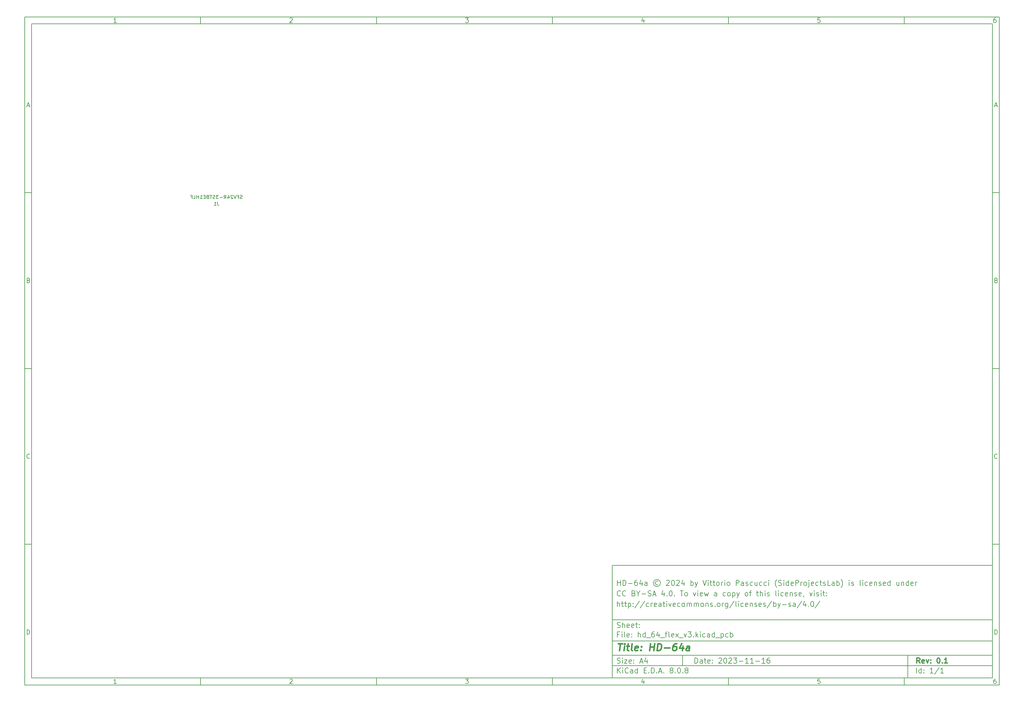
<source format=gbr>
%TF.GenerationSoftware,KiCad,Pcbnew,8.0.8*%
%TF.CreationDate,2025-03-17T16:40:44+01:00*%
%TF.ProjectId,hd_64_flex_v3,68645f36-345f-4666-9c65-785f76332e6b,0.1*%
%TF.SameCoordinates,PXd801da0PY3c45b00*%
%TF.FileFunction,AssemblyDrawing,Bot*%
%FSLAX46Y46*%
G04 Gerber Fmt 4.6, Leading zero omitted, Abs format (unit mm)*
G04 Created by KiCad (PCBNEW 8.0.8) date 2025-03-17 16:40:44*
%MOMM*%
%LPD*%
G01*
G04 APERTURE LIST*
%ADD10C,0.100000*%
%ADD11C,0.150000*%
%ADD12C,0.300000*%
%ADD13C,0.400000*%
G04 APERTURE END LIST*
D10*
D11*
X-49497800Y-102807200D02*
X58502200Y-102807200D01*
X58502200Y-134807200D01*
X-49497800Y-134807200D01*
X-49497800Y-102807200D01*
D10*
D11*
X-216500000Y53200000D02*
X60502200Y53200000D01*
X60502200Y-136807200D01*
X-216500000Y-136807200D01*
X-216500000Y53200000D01*
D10*
D11*
X-214500000Y51200000D02*
X58502200Y51200000D01*
X58502200Y-134807200D01*
X-214500000Y-134807200D01*
X-214500000Y51200000D01*
D10*
D11*
X-166500000Y51200000D02*
X-166500000Y53200000D01*
D10*
D11*
X-116500000Y51200000D02*
X-116500000Y53200000D01*
D10*
D11*
X-66500000Y51200000D02*
X-66500000Y53200000D01*
D10*
D11*
X-16500000Y51200000D02*
X-16500000Y53200000D01*
D10*
D11*
X33500000Y51200000D02*
X33500000Y53200000D01*
D10*
D11*
X-190410840Y51606396D02*
X-191153697Y51606396D01*
X-190782269Y51606396D02*
X-190782269Y52906396D01*
X-190782269Y52906396D02*
X-190906078Y52720681D01*
X-190906078Y52720681D02*
X-191029888Y52596872D01*
X-191029888Y52596872D02*
X-191153697Y52534967D01*
D10*
D11*
X-141153697Y52782586D02*
X-141091793Y52844491D01*
X-141091793Y52844491D02*
X-140967983Y52906396D01*
X-140967983Y52906396D02*
X-140658459Y52906396D01*
X-140658459Y52906396D02*
X-140534650Y52844491D01*
X-140534650Y52844491D02*
X-140472745Y52782586D01*
X-140472745Y52782586D02*
X-140410840Y52658777D01*
X-140410840Y52658777D02*
X-140410840Y52534967D01*
X-140410840Y52534967D02*
X-140472745Y52349253D01*
X-140472745Y52349253D02*
X-141215602Y51606396D01*
X-141215602Y51606396D02*
X-140410840Y51606396D01*
D10*
D11*
X-91215602Y52906396D02*
X-90410840Y52906396D01*
X-90410840Y52906396D02*
X-90844174Y52411158D01*
X-90844174Y52411158D02*
X-90658459Y52411158D01*
X-90658459Y52411158D02*
X-90534650Y52349253D01*
X-90534650Y52349253D02*
X-90472745Y52287348D01*
X-90472745Y52287348D02*
X-90410840Y52163539D01*
X-90410840Y52163539D02*
X-90410840Y51854015D01*
X-90410840Y51854015D02*
X-90472745Y51730205D01*
X-90472745Y51730205D02*
X-90534650Y51668300D01*
X-90534650Y51668300D02*
X-90658459Y51606396D01*
X-90658459Y51606396D02*
X-91029888Y51606396D01*
X-91029888Y51606396D02*
X-91153697Y51668300D01*
X-91153697Y51668300D02*
X-91215602Y51730205D01*
D10*
D11*
X-40534650Y52473062D02*
X-40534650Y51606396D01*
X-40844174Y52968300D02*
X-41153697Y52039729D01*
X-41153697Y52039729D02*
X-40348936Y52039729D01*
D10*
D11*
X9527255Y52906396D02*
X8908207Y52906396D01*
X8908207Y52906396D02*
X8846303Y52287348D01*
X8846303Y52287348D02*
X8908207Y52349253D01*
X8908207Y52349253D02*
X9032017Y52411158D01*
X9032017Y52411158D02*
X9341541Y52411158D01*
X9341541Y52411158D02*
X9465350Y52349253D01*
X9465350Y52349253D02*
X9527255Y52287348D01*
X9527255Y52287348D02*
X9589160Y52163539D01*
X9589160Y52163539D02*
X9589160Y51854015D01*
X9589160Y51854015D02*
X9527255Y51730205D01*
X9527255Y51730205D02*
X9465350Y51668300D01*
X9465350Y51668300D02*
X9341541Y51606396D01*
X9341541Y51606396D02*
X9032017Y51606396D01*
X9032017Y51606396D02*
X8908207Y51668300D01*
X8908207Y51668300D02*
X8846303Y51730205D01*
D10*
D11*
X59465350Y52906396D02*
X59217731Y52906396D01*
X59217731Y52906396D02*
X59093922Y52844491D01*
X59093922Y52844491D02*
X59032017Y52782586D01*
X59032017Y52782586D02*
X58908207Y52596872D01*
X58908207Y52596872D02*
X58846303Y52349253D01*
X58846303Y52349253D02*
X58846303Y51854015D01*
X58846303Y51854015D02*
X58908207Y51730205D01*
X58908207Y51730205D02*
X58970112Y51668300D01*
X58970112Y51668300D02*
X59093922Y51606396D01*
X59093922Y51606396D02*
X59341541Y51606396D01*
X59341541Y51606396D02*
X59465350Y51668300D01*
X59465350Y51668300D02*
X59527255Y51730205D01*
X59527255Y51730205D02*
X59589160Y51854015D01*
X59589160Y51854015D02*
X59589160Y52163539D01*
X59589160Y52163539D02*
X59527255Y52287348D01*
X59527255Y52287348D02*
X59465350Y52349253D01*
X59465350Y52349253D02*
X59341541Y52411158D01*
X59341541Y52411158D02*
X59093922Y52411158D01*
X59093922Y52411158D02*
X58970112Y52349253D01*
X58970112Y52349253D02*
X58908207Y52287348D01*
X58908207Y52287348D02*
X58846303Y52163539D01*
D10*
D11*
X-166500000Y-134807200D02*
X-166500000Y-136807200D01*
D10*
D11*
X-116500000Y-134807200D02*
X-116500000Y-136807200D01*
D10*
D11*
X-66500000Y-134807200D02*
X-66500000Y-136807200D01*
D10*
D11*
X-16500000Y-134807200D02*
X-16500000Y-136807200D01*
D10*
D11*
X33500000Y-134807200D02*
X33500000Y-136807200D01*
D10*
D11*
X-190410840Y-136400804D02*
X-191153697Y-136400804D01*
X-190782269Y-136400804D02*
X-190782269Y-135100804D01*
X-190782269Y-135100804D02*
X-190906078Y-135286519D01*
X-190906078Y-135286519D02*
X-191029888Y-135410328D01*
X-191029888Y-135410328D02*
X-191153697Y-135472233D01*
D10*
D11*
X-141153697Y-135224614D02*
X-141091793Y-135162709D01*
X-141091793Y-135162709D02*
X-140967983Y-135100804D01*
X-140967983Y-135100804D02*
X-140658459Y-135100804D01*
X-140658459Y-135100804D02*
X-140534650Y-135162709D01*
X-140534650Y-135162709D02*
X-140472745Y-135224614D01*
X-140472745Y-135224614D02*
X-140410840Y-135348423D01*
X-140410840Y-135348423D02*
X-140410840Y-135472233D01*
X-140410840Y-135472233D02*
X-140472745Y-135657947D01*
X-140472745Y-135657947D02*
X-141215602Y-136400804D01*
X-141215602Y-136400804D02*
X-140410840Y-136400804D01*
D10*
D11*
X-91215602Y-135100804D02*
X-90410840Y-135100804D01*
X-90410840Y-135100804D02*
X-90844174Y-135596042D01*
X-90844174Y-135596042D02*
X-90658459Y-135596042D01*
X-90658459Y-135596042D02*
X-90534650Y-135657947D01*
X-90534650Y-135657947D02*
X-90472745Y-135719852D01*
X-90472745Y-135719852D02*
X-90410840Y-135843661D01*
X-90410840Y-135843661D02*
X-90410840Y-136153185D01*
X-90410840Y-136153185D02*
X-90472745Y-136276995D01*
X-90472745Y-136276995D02*
X-90534650Y-136338900D01*
X-90534650Y-136338900D02*
X-90658459Y-136400804D01*
X-90658459Y-136400804D02*
X-91029888Y-136400804D01*
X-91029888Y-136400804D02*
X-91153697Y-136338900D01*
X-91153697Y-136338900D02*
X-91215602Y-136276995D01*
D10*
D11*
X-40534650Y-135534138D02*
X-40534650Y-136400804D01*
X-40844174Y-135038900D02*
X-41153697Y-135967471D01*
X-41153697Y-135967471D02*
X-40348936Y-135967471D01*
D10*
D11*
X9527255Y-135100804D02*
X8908207Y-135100804D01*
X8908207Y-135100804D02*
X8846303Y-135719852D01*
X8846303Y-135719852D02*
X8908207Y-135657947D01*
X8908207Y-135657947D02*
X9032017Y-135596042D01*
X9032017Y-135596042D02*
X9341541Y-135596042D01*
X9341541Y-135596042D02*
X9465350Y-135657947D01*
X9465350Y-135657947D02*
X9527255Y-135719852D01*
X9527255Y-135719852D02*
X9589160Y-135843661D01*
X9589160Y-135843661D02*
X9589160Y-136153185D01*
X9589160Y-136153185D02*
X9527255Y-136276995D01*
X9527255Y-136276995D02*
X9465350Y-136338900D01*
X9465350Y-136338900D02*
X9341541Y-136400804D01*
X9341541Y-136400804D02*
X9032017Y-136400804D01*
X9032017Y-136400804D02*
X8908207Y-136338900D01*
X8908207Y-136338900D02*
X8846303Y-136276995D01*
D10*
D11*
X59465350Y-135100804D02*
X59217731Y-135100804D01*
X59217731Y-135100804D02*
X59093922Y-135162709D01*
X59093922Y-135162709D02*
X59032017Y-135224614D01*
X59032017Y-135224614D02*
X58908207Y-135410328D01*
X58908207Y-135410328D02*
X58846303Y-135657947D01*
X58846303Y-135657947D02*
X58846303Y-136153185D01*
X58846303Y-136153185D02*
X58908207Y-136276995D01*
X58908207Y-136276995D02*
X58970112Y-136338900D01*
X58970112Y-136338900D02*
X59093922Y-136400804D01*
X59093922Y-136400804D02*
X59341541Y-136400804D01*
X59341541Y-136400804D02*
X59465350Y-136338900D01*
X59465350Y-136338900D02*
X59527255Y-136276995D01*
X59527255Y-136276995D02*
X59589160Y-136153185D01*
X59589160Y-136153185D02*
X59589160Y-135843661D01*
X59589160Y-135843661D02*
X59527255Y-135719852D01*
X59527255Y-135719852D02*
X59465350Y-135657947D01*
X59465350Y-135657947D02*
X59341541Y-135596042D01*
X59341541Y-135596042D02*
X59093922Y-135596042D01*
X59093922Y-135596042D02*
X58970112Y-135657947D01*
X58970112Y-135657947D02*
X58908207Y-135719852D01*
X58908207Y-135719852D02*
X58846303Y-135843661D01*
D10*
D11*
X-216500000Y3200000D02*
X-214500000Y3200000D01*
D10*
D11*
X-216500000Y-46800000D02*
X-214500000Y-46800000D01*
D10*
D11*
X-216500000Y-96800000D02*
X-214500000Y-96800000D01*
D10*
D11*
X-215809524Y27977824D02*
X-215190477Y27977824D01*
X-215933334Y27606396D02*
X-215500001Y28906396D01*
X-215500001Y28906396D02*
X-215066667Y27606396D01*
D10*
D11*
X-215407143Y-21712652D02*
X-215221429Y-21774557D01*
X-215221429Y-21774557D02*
X-215159524Y-21836461D01*
X-215159524Y-21836461D02*
X-215097620Y-21960271D01*
X-215097620Y-21960271D02*
X-215097620Y-22145985D01*
X-215097620Y-22145985D02*
X-215159524Y-22269795D01*
X-215159524Y-22269795D02*
X-215221429Y-22331700D01*
X-215221429Y-22331700D02*
X-215345239Y-22393604D01*
X-215345239Y-22393604D02*
X-215840477Y-22393604D01*
X-215840477Y-22393604D02*
X-215840477Y-21093604D01*
X-215840477Y-21093604D02*
X-215407143Y-21093604D01*
X-215407143Y-21093604D02*
X-215283334Y-21155509D01*
X-215283334Y-21155509D02*
X-215221429Y-21217414D01*
X-215221429Y-21217414D02*
X-215159524Y-21341223D01*
X-215159524Y-21341223D02*
X-215159524Y-21465033D01*
X-215159524Y-21465033D02*
X-215221429Y-21588842D01*
X-215221429Y-21588842D02*
X-215283334Y-21650747D01*
X-215283334Y-21650747D02*
X-215407143Y-21712652D01*
X-215407143Y-21712652D02*
X-215840477Y-21712652D01*
D10*
D11*
X-215097620Y-72269795D02*
X-215159524Y-72331700D01*
X-215159524Y-72331700D02*
X-215345239Y-72393604D01*
X-215345239Y-72393604D02*
X-215469048Y-72393604D01*
X-215469048Y-72393604D02*
X-215654762Y-72331700D01*
X-215654762Y-72331700D02*
X-215778572Y-72207890D01*
X-215778572Y-72207890D02*
X-215840477Y-72084080D01*
X-215840477Y-72084080D02*
X-215902381Y-71836461D01*
X-215902381Y-71836461D02*
X-215902381Y-71650747D01*
X-215902381Y-71650747D02*
X-215840477Y-71403128D01*
X-215840477Y-71403128D02*
X-215778572Y-71279319D01*
X-215778572Y-71279319D02*
X-215654762Y-71155509D01*
X-215654762Y-71155509D02*
X-215469048Y-71093604D01*
X-215469048Y-71093604D02*
X-215345239Y-71093604D01*
X-215345239Y-71093604D02*
X-215159524Y-71155509D01*
X-215159524Y-71155509D02*
X-215097620Y-71217414D01*
D10*
D11*
X-215840477Y-122393604D02*
X-215840477Y-121093604D01*
X-215840477Y-121093604D02*
X-215530953Y-121093604D01*
X-215530953Y-121093604D02*
X-215345239Y-121155509D01*
X-215345239Y-121155509D02*
X-215221429Y-121279319D01*
X-215221429Y-121279319D02*
X-215159524Y-121403128D01*
X-215159524Y-121403128D02*
X-215097620Y-121650747D01*
X-215097620Y-121650747D02*
X-215097620Y-121836461D01*
X-215097620Y-121836461D02*
X-215159524Y-122084080D01*
X-215159524Y-122084080D02*
X-215221429Y-122207890D01*
X-215221429Y-122207890D02*
X-215345239Y-122331700D01*
X-215345239Y-122331700D02*
X-215530953Y-122393604D01*
X-215530953Y-122393604D02*
X-215840477Y-122393604D01*
D10*
D11*
X60502200Y3200000D02*
X58502200Y3200000D01*
D10*
D11*
X60502200Y-46800000D02*
X58502200Y-46800000D01*
D10*
D11*
X60502200Y-96800000D02*
X58502200Y-96800000D01*
D10*
D11*
X59192676Y27977824D02*
X59811723Y27977824D01*
X59068866Y27606396D02*
X59502199Y28906396D01*
X59502199Y28906396D02*
X59935533Y27606396D01*
D10*
D11*
X59595057Y-21712652D02*
X59780771Y-21774557D01*
X59780771Y-21774557D02*
X59842676Y-21836461D01*
X59842676Y-21836461D02*
X59904580Y-21960271D01*
X59904580Y-21960271D02*
X59904580Y-22145985D01*
X59904580Y-22145985D02*
X59842676Y-22269795D01*
X59842676Y-22269795D02*
X59780771Y-22331700D01*
X59780771Y-22331700D02*
X59656961Y-22393604D01*
X59656961Y-22393604D02*
X59161723Y-22393604D01*
X59161723Y-22393604D02*
X59161723Y-21093604D01*
X59161723Y-21093604D02*
X59595057Y-21093604D01*
X59595057Y-21093604D02*
X59718866Y-21155509D01*
X59718866Y-21155509D02*
X59780771Y-21217414D01*
X59780771Y-21217414D02*
X59842676Y-21341223D01*
X59842676Y-21341223D02*
X59842676Y-21465033D01*
X59842676Y-21465033D02*
X59780771Y-21588842D01*
X59780771Y-21588842D02*
X59718866Y-21650747D01*
X59718866Y-21650747D02*
X59595057Y-21712652D01*
X59595057Y-21712652D02*
X59161723Y-21712652D01*
D10*
D11*
X59904580Y-72269795D02*
X59842676Y-72331700D01*
X59842676Y-72331700D02*
X59656961Y-72393604D01*
X59656961Y-72393604D02*
X59533152Y-72393604D01*
X59533152Y-72393604D02*
X59347438Y-72331700D01*
X59347438Y-72331700D02*
X59223628Y-72207890D01*
X59223628Y-72207890D02*
X59161723Y-72084080D01*
X59161723Y-72084080D02*
X59099819Y-71836461D01*
X59099819Y-71836461D02*
X59099819Y-71650747D01*
X59099819Y-71650747D02*
X59161723Y-71403128D01*
X59161723Y-71403128D02*
X59223628Y-71279319D01*
X59223628Y-71279319D02*
X59347438Y-71155509D01*
X59347438Y-71155509D02*
X59533152Y-71093604D01*
X59533152Y-71093604D02*
X59656961Y-71093604D01*
X59656961Y-71093604D02*
X59842676Y-71155509D01*
X59842676Y-71155509D02*
X59904580Y-71217414D01*
D10*
D11*
X59161723Y-122393604D02*
X59161723Y-121093604D01*
X59161723Y-121093604D02*
X59471247Y-121093604D01*
X59471247Y-121093604D02*
X59656961Y-121155509D01*
X59656961Y-121155509D02*
X59780771Y-121279319D01*
X59780771Y-121279319D02*
X59842676Y-121403128D01*
X59842676Y-121403128D02*
X59904580Y-121650747D01*
X59904580Y-121650747D02*
X59904580Y-121836461D01*
X59904580Y-121836461D02*
X59842676Y-122084080D01*
X59842676Y-122084080D02*
X59780771Y-122207890D01*
X59780771Y-122207890D02*
X59656961Y-122331700D01*
X59656961Y-122331700D02*
X59471247Y-122393604D01*
X59471247Y-122393604D02*
X59161723Y-122393604D01*
D10*
D11*
X-26041974Y-130593328D02*
X-26041974Y-129093328D01*
X-26041974Y-129093328D02*
X-25684831Y-129093328D01*
X-25684831Y-129093328D02*
X-25470545Y-129164757D01*
X-25470545Y-129164757D02*
X-25327688Y-129307614D01*
X-25327688Y-129307614D02*
X-25256259Y-129450471D01*
X-25256259Y-129450471D02*
X-25184831Y-129736185D01*
X-25184831Y-129736185D02*
X-25184831Y-129950471D01*
X-25184831Y-129950471D02*
X-25256259Y-130236185D01*
X-25256259Y-130236185D02*
X-25327688Y-130379042D01*
X-25327688Y-130379042D02*
X-25470545Y-130521900D01*
X-25470545Y-130521900D02*
X-25684831Y-130593328D01*
X-25684831Y-130593328D02*
X-26041974Y-130593328D01*
X-23899116Y-130593328D02*
X-23899116Y-129807614D01*
X-23899116Y-129807614D02*
X-23970545Y-129664757D01*
X-23970545Y-129664757D02*
X-24113402Y-129593328D01*
X-24113402Y-129593328D02*
X-24399116Y-129593328D01*
X-24399116Y-129593328D02*
X-24541974Y-129664757D01*
X-23899116Y-130521900D02*
X-24041974Y-130593328D01*
X-24041974Y-130593328D02*
X-24399116Y-130593328D01*
X-24399116Y-130593328D02*
X-24541974Y-130521900D01*
X-24541974Y-130521900D02*
X-24613402Y-130379042D01*
X-24613402Y-130379042D02*
X-24613402Y-130236185D01*
X-24613402Y-130236185D02*
X-24541974Y-130093328D01*
X-24541974Y-130093328D02*
X-24399116Y-130021900D01*
X-24399116Y-130021900D02*
X-24041974Y-130021900D01*
X-24041974Y-130021900D02*
X-23899116Y-129950471D01*
X-23399116Y-129593328D02*
X-22827688Y-129593328D01*
X-23184831Y-129093328D02*
X-23184831Y-130379042D01*
X-23184831Y-130379042D02*
X-23113402Y-130521900D01*
X-23113402Y-130521900D02*
X-22970545Y-130593328D01*
X-22970545Y-130593328D02*
X-22827688Y-130593328D01*
X-21756259Y-130521900D02*
X-21899116Y-130593328D01*
X-21899116Y-130593328D02*
X-22184830Y-130593328D01*
X-22184830Y-130593328D02*
X-22327688Y-130521900D01*
X-22327688Y-130521900D02*
X-22399116Y-130379042D01*
X-22399116Y-130379042D02*
X-22399116Y-129807614D01*
X-22399116Y-129807614D02*
X-22327688Y-129664757D01*
X-22327688Y-129664757D02*
X-22184830Y-129593328D01*
X-22184830Y-129593328D02*
X-21899116Y-129593328D01*
X-21899116Y-129593328D02*
X-21756259Y-129664757D01*
X-21756259Y-129664757D02*
X-21684830Y-129807614D01*
X-21684830Y-129807614D02*
X-21684830Y-129950471D01*
X-21684830Y-129950471D02*
X-22399116Y-130093328D01*
X-21041974Y-130450471D02*
X-20970545Y-130521900D01*
X-20970545Y-130521900D02*
X-21041974Y-130593328D01*
X-21041974Y-130593328D02*
X-21113402Y-130521900D01*
X-21113402Y-130521900D02*
X-21041974Y-130450471D01*
X-21041974Y-130450471D02*
X-21041974Y-130593328D01*
X-21041974Y-129664757D02*
X-20970545Y-129736185D01*
X-20970545Y-129736185D02*
X-21041974Y-129807614D01*
X-21041974Y-129807614D02*
X-21113402Y-129736185D01*
X-21113402Y-129736185D02*
X-21041974Y-129664757D01*
X-21041974Y-129664757D02*
X-21041974Y-129807614D01*
X-19256259Y-129236185D02*
X-19184831Y-129164757D01*
X-19184831Y-129164757D02*
X-19041973Y-129093328D01*
X-19041973Y-129093328D02*
X-18684831Y-129093328D01*
X-18684831Y-129093328D02*
X-18541973Y-129164757D01*
X-18541973Y-129164757D02*
X-18470545Y-129236185D01*
X-18470545Y-129236185D02*
X-18399116Y-129379042D01*
X-18399116Y-129379042D02*
X-18399116Y-129521900D01*
X-18399116Y-129521900D02*
X-18470545Y-129736185D01*
X-18470545Y-129736185D02*
X-19327688Y-130593328D01*
X-19327688Y-130593328D02*
X-18399116Y-130593328D01*
X-17470545Y-129093328D02*
X-17327688Y-129093328D01*
X-17327688Y-129093328D02*
X-17184831Y-129164757D01*
X-17184831Y-129164757D02*
X-17113402Y-129236185D01*
X-17113402Y-129236185D02*
X-17041974Y-129379042D01*
X-17041974Y-129379042D02*
X-16970545Y-129664757D01*
X-16970545Y-129664757D02*
X-16970545Y-130021900D01*
X-16970545Y-130021900D02*
X-17041974Y-130307614D01*
X-17041974Y-130307614D02*
X-17113402Y-130450471D01*
X-17113402Y-130450471D02*
X-17184831Y-130521900D01*
X-17184831Y-130521900D02*
X-17327688Y-130593328D01*
X-17327688Y-130593328D02*
X-17470545Y-130593328D01*
X-17470545Y-130593328D02*
X-17613402Y-130521900D01*
X-17613402Y-130521900D02*
X-17684831Y-130450471D01*
X-17684831Y-130450471D02*
X-17756260Y-130307614D01*
X-17756260Y-130307614D02*
X-17827688Y-130021900D01*
X-17827688Y-130021900D02*
X-17827688Y-129664757D01*
X-17827688Y-129664757D02*
X-17756260Y-129379042D01*
X-17756260Y-129379042D02*
X-17684831Y-129236185D01*
X-17684831Y-129236185D02*
X-17613402Y-129164757D01*
X-17613402Y-129164757D02*
X-17470545Y-129093328D01*
X-16399117Y-129236185D02*
X-16327689Y-129164757D01*
X-16327689Y-129164757D02*
X-16184831Y-129093328D01*
X-16184831Y-129093328D02*
X-15827689Y-129093328D01*
X-15827689Y-129093328D02*
X-15684831Y-129164757D01*
X-15684831Y-129164757D02*
X-15613403Y-129236185D01*
X-15613403Y-129236185D02*
X-15541974Y-129379042D01*
X-15541974Y-129379042D02*
X-15541974Y-129521900D01*
X-15541974Y-129521900D02*
X-15613403Y-129736185D01*
X-15613403Y-129736185D02*
X-16470546Y-130593328D01*
X-16470546Y-130593328D02*
X-15541974Y-130593328D01*
X-15041975Y-129093328D02*
X-14113403Y-129093328D01*
X-14113403Y-129093328D02*
X-14613403Y-129664757D01*
X-14613403Y-129664757D02*
X-14399118Y-129664757D01*
X-14399118Y-129664757D02*
X-14256260Y-129736185D01*
X-14256260Y-129736185D02*
X-14184832Y-129807614D01*
X-14184832Y-129807614D02*
X-14113403Y-129950471D01*
X-14113403Y-129950471D02*
X-14113403Y-130307614D01*
X-14113403Y-130307614D02*
X-14184832Y-130450471D01*
X-14184832Y-130450471D02*
X-14256260Y-130521900D01*
X-14256260Y-130521900D02*
X-14399118Y-130593328D01*
X-14399118Y-130593328D02*
X-14827689Y-130593328D01*
X-14827689Y-130593328D02*
X-14970546Y-130521900D01*
X-14970546Y-130521900D02*
X-15041975Y-130450471D01*
X-13470547Y-130021900D02*
X-12327689Y-130021900D01*
X-10827689Y-130593328D02*
X-11684832Y-130593328D01*
X-11256261Y-130593328D02*
X-11256261Y-129093328D01*
X-11256261Y-129093328D02*
X-11399118Y-129307614D01*
X-11399118Y-129307614D02*
X-11541975Y-129450471D01*
X-11541975Y-129450471D02*
X-11684832Y-129521900D01*
X-9399118Y-130593328D02*
X-10256261Y-130593328D01*
X-9827690Y-130593328D02*
X-9827690Y-129093328D01*
X-9827690Y-129093328D02*
X-9970547Y-129307614D01*
X-9970547Y-129307614D02*
X-10113404Y-129450471D01*
X-10113404Y-129450471D02*
X-10256261Y-129521900D01*
X-8756262Y-130021900D02*
X-7613404Y-130021900D01*
X-6113404Y-130593328D02*
X-6970547Y-130593328D01*
X-6541976Y-130593328D02*
X-6541976Y-129093328D01*
X-6541976Y-129093328D02*
X-6684833Y-129307614D01*
X-6684833Y-129307614D02*
X-6827690Y-129450471D01*
X-6827690Y-129450471D02*
X-6970547Y-129521900D01*
X-4827690Y-129093328D02*
X-5113405Y-129093328D01*
X-5113405Y-129093328D02*
X-5256262Y-129164757D01*
X-5256262Y-129164757D02*
X-5327690Y-129236185D01*
X-5327690Y-129236185D02*
X-5470548Y-129450471D01*
X-5470548Y-129450471D02*
X-5541976Y-129736185D01*
X-5541976Y-129736185D02*
X-5541976Y-130307614D01*
X-5541976Y-130307614D02*
X-5470548Y-130450471D01*
X-5470548Y-130450471D02*
X-5399119Y-130521900D01*
X-5399119Y-130521900D02*
X-5256262Y-130593328D01*
X-5256262Y-130593328D02*
X-4970548Y-130593328D01*
X-4970548Y-130593328D02*
X-4827690Y-130521900D01*
X-4827690Y-130521900D02*
X-4756262Y-130450471D01*
X-4756262Y-130450471D02*
X-4684833Y-130307614D01*
X-4684833Y-130307614D02*
X-4684833Y-129950471D01*
X-4684833Y-129950471D02*
X-4756262Y-129807614D01*
X-4756262Y-129807614D02*
X-4827690Y-129736185D01*
X-4827690Y-129736185D02*
X-4970548Y-129664757D01*
X-4970548Y-129664757D02*
X-5256262Y-129664757D01*
X-5256262Y-129664757D02*
X-5399119Y-129736185D01*
X-5399119Y-129736185D02*
X-5470548Y-129807614D01*
X-5470548Y-129807614D02*
X-5541976Y-129950471D01*
D10*
D11*
X-49497800Y-131307200D02*
X58502200Y-131307200D01*
D10*
D11*
X-48041974Y-133393328D02*
X-48041974Y-131893328D01*
X-47184831Y-133393328D02*
X-47827688Y-132536185D01*
X-47184831Y-131893328D02*
X-48041974Y-132750471D01*
X-46541974Y-133393328D02*
X-46541974Y-132393328D01*
X-46541974Y-131893328D02*
X-46613402Y-131964757D01*
X-46613402Y-131964757D02*
X-46541974Y-132036185D01*
X-46541974Y-132036185D02*
X-46470545Y-131964757D01*
X-46470545Y-131964757D02*
X-46541974Y-131893328D01*
X-46541974Y-131893328D02*
X-46541974Y-132036185D01*
X-44970545Y-133250471D02*
X-45041973Y-133321900D01*
X-45041973Y-133321900D02*
X-45256259Y-133393328D01*
X-45256259Y-133393328D02*
X-45399116Y-133393328D01*
X-45399116Y-133393328D02*
X-45613402Y-133321900D01*
X-45613402Y-133321900D02*
X-45756259Y-133179042D01*
X-45756259Y-133179042D02*
X-45827688Y-133036185D01*
X-45827688Y-133036185D02*
X-45899116Y-132750471D01*
X-45899116Y-132750471D02*
X-45899116Y-132536185D01*
X-45899116Y-132536185D02*
X-45827688Y-132250471D01*
X-45827688Y-132250471D02*
X-45756259Y-132107614D01*
X-45756259Y-132107614D02*
X-45613402Y-131964757D01*
X-45613402Y-131964757D02*
X-45399116Y-131893328D01*
X-45399116Y-131893328D02*
X-45256259Y-131893328D01*
X-45256259Y-131893328D02*
X-45041973Y-131964757D01*
X-45041973Y-131964757D02*
X-44970545Y-132036185D01*
X-43684830Y-133393328D02*
X-43684830Y-132607614D01*
X-43684830Y-132607614D02*
X-43756259Y-132464757D01*
X-43756259Y-132464757D02*
X-43899116Y-132393328D01*
X-43899116Y-132393328D02*
X-44184830Y-132393328D01*
X-44184830Y-132393328D02*
X-44327688Y-132464757D01*
X-43684830Y-133321900D02*
X-43827688Y-133393328D01*
X-43827688Y-133393328D02*
X-44184830Y-133393328D01*
X-44184830Y-133393328D02*
X-44327688Y-133321900D01*
X-44327688Y-133321900D02*
X-44399116Y-133179042D01*
X-44399116Y-133179042D02*
X-44399116Y-133036185D01*
X-44399116Y-133036185D02*
X-44327688Y-132893328D01*
X-44327688Y-132893328D02*
X-44184830Y-132821900D01*
X-44184830Y-132821900D02*
X-43827688Y-132821900D01*
X-43827688Y-132821900D02*
X-43684830Y-132750471D01*
X-42327687Y-133393328D02*
X-42327687Y-131893328D01*
X-42327687Y-133321900D02*
X-42470545Y-133393328D01*
X-42470545Y-133393328D02*
X-42756259Y-133393328D01*
X-42756259Y-133393328D02*
X-42899116Y-133321900D01*
X-42899116Y-133321900D02*
X-42970545Y-133250471D01*
X-42970545Y-133250471D02*
X-43041973Y-133107614D01*
X-43041973Y-133107614D02*
X-43041973Y-132679042D01*
X-43041973Y-132679042D02*
X-42970545Y-132536185D01*
X-42970545Y-132536185D02*
X-42899116Y-132464757D01*
X-42899116Y-132464757D02*
X-42756259Y-132393328D01*
X-42756259Y-132393328D02*
X-42470545Y-132393328D01*
X-42470545Y-132393328D02*
X-42327687Y-132464757D01*
X-40470545Y-132607614D02*
X-39970545Y-132607614D01*
X-39756259Y-133393328D02*
X-40470545Y-133393328D01*
X-40470545Y-133393328D02*
X-40470545Y-131893328D01*
X-40470545Y-131893328D02*
X-39756259Y-131893328D01*
X-39113402Y-133250471D02*
X-39041973Y-133321900D01*
X-39041973Y-133321900D02*
X-39113402Y-133393328D01*
X-39113402Y-133393328D02*
X-39184830Y-133321900D01*
X-39184830Y-133321900D02*
X-39113402Y-133250471D01*
X-39113402Y-133250471D02*
X-39113402Y-133393328D01*
X-38399116Y-133393328D02*
X-38399116Y-131893328D01*
X-38399116Y-131893328D02*
X-38041973Y-131893328D01*
X-38041973Y-131893328D02*
X-37827687Y-131964757D01*
X-37827687Y-131964757D02*
X-37684830Y-132107614D01*
X-37684830Y-132107614D02*
X-37613401Y-132250471D01*
X-37613401Y-132250471D02*
X-37541973Y-132536185D01*
X-37541973Y-132536185D02*
X-37541973Y-132750471D01*
X-37541973Y-132750471D02*
X-37613401Y-133036185D01*
X-37613401Y-133036185D02*
X-37684830Y-133179042D01*
X-37684830Y-133179042D02*
X-37827687Y-133321900D01*
X-37827687Y-133321900D02*
X-38041973Y-133393328D01*
X-38041973Y-133393328D02*
X-38399116Y-133393328D01*
X-36899116Y-133250471D02*
X-36827687Y-133321900D01*
X-36827687Y-133321900D02*
X-36899116Y-133393328D01*
X-36899116Y-133393328D02*
X-36970544Y-133321900D01*
X-36970544Y-133321900D02*
X-36899116Y-133250471D01*
X-36899116Y-133250471D02*
X-36899116Y-133393328D01*
X-36256258Y-132964757D02*
X-35541972Y-132964757D01*
X-36399115Y-133393328D02*
X-35899115Y-131893328D01*
X-35899115Y-131893328D02*
X-35399115Y-133393328D01*
X-34899116Y-133250471D02*
X-34827687Y-133321900D01*
X-34827687Y-133321900D02*
X-34899116Y-133393328D01*
X-34899116Y-133393328D02*
X-34970544Y-133321900D01*
X-34970544Y-133321900D02*
X-34899116Y-133250471D01*
X-34899116Y-133250471D02*
X-34899116Y-133393328D01*
X-32827687Y-132536185D02*
X-32970544Y-132464757D01*
X-32970544Y-132464757D02*
X-33041973Y-132393328D01*
X-33041973Y-132393328D02*
X-33113401Y-132250471D01*
X-33113401Y-132250471D02*
X-33113401Y-132179042D01*
X-33113401Y-132179042D02*
X-33041973Y-132036185D01*
X-33041973Y-132036185D02*
X-32970544Y-131964757D01*
X-32970544Y-131964757D02*
X-32827687Y-131893328D01*
X-32827687Y-131893328D02*
X-32541973Y-131893328D01*
X-32541973Y-131893328D02*
X-32399115Y-131964757D01*
X-32399115Y-131964757D02*
X-32327687Y-132036185D01*
X-32327687Y-132036185D02*
X-32256258Y-132179042D01*
X-32256258Y-132179042D02*
X-32256258Y-132250471D01*
X-32256258Y-132250471D02*
X-32327687Y-132393328D01*
X-32327687Y-132393328D02*
X-32399115Y-132464757D01*
X-32399115Y-132464757D02*
X-32541973Y-132536185D01*
X-32541973Y-132536185D02*
X-32827687Y-132536185D01*
X-32827687Y-132536185D02*
X-32970544Y-132607614D01*
X-32970544Y-132607614D02*
X-33041973Y-132679042D01*
X-33041973Y-132679042D02*
X-33113401Y-132821900D01*
X-33113401Y-132821900D02*
X-33113401Y-133107614D01*
X-33113401Y-133107614D02*
X-33041973Y-133250471D01*
X-33041973Y-133250471D02*
X-32970544Y-133321900D01*
X-32970544Y-133321900D02*
X-32827687Y-133393328D01*
X-32827687Y-133393328D02*
X-32541973Y-133393328D01*
X-32541973Y-133393328D02*
X-32399115Y-133321900D01*
X-32399115Y-133321900D02*
X-32327687Y-133250471D01*
X-32327687Y-133250471D02*
X-32256258Y-133107614D01*
X-32256258Y-133107614D02*
X-32256258Y-132821900D01*
X-32256258Y-132821900D02*
X-32327687Y-132679042D01*
X-32327687Y-132679042D02*
X-32399115Y-132607614D01*
X-32399115Y-132607614D02*
X-32541973Y-132536185D01*
X-31613402Y-133250471D02*
X-31541973Y-133321900D01*
X-31541973Y-133321900D02*
X-31613402Y-133393328D01*
X-31613402Y-133393328D02*
X-31684830Y-133321900D01*
X-31684830Y-133321900D02*
X-31613402Y-133250471D01*
X-31613402Y-133250471D02*
X-31613402Y-133393328D01*
X-30613401Y-131893328D02*
X-30470544Y-131893328D01*
X-30470544Y-131893328D02*
X-30327687Y-131964757D01*
X-30327687Y-131964757D02*
X-30256258Y-132036185D01*
X-30256258Y-132036185D02*
X-30184830Y-132179042D01*
X-30184830Y-132179042D02*
X-30113401Y-132464757D01*
X-30113401Y-132464757D02*
X-30113401Y-132821900D01*
X-30113401Y-132821900D02*
X-30184830Y-133107614D01*
X-30184830Y-133107614D02*
X-30256258Y-133250471D01*
X-30256258Y-133250471D02*
X-30327687Y-133321900D01*
X-30327687Y-133321900D02*
X-30470544Y-133393328D01*
X-30470544Y-133393328D02*
X-30613401Y-133393328D01*
X-30613401Y-133393328D02*
X-30756258Y-133321900D01*
X-30756258Y-133321900D02*
X-30827687Y-133250471D01*
X-30827687Y-133250471D02*
X-30899116Y-133107614D01*
X-30899116Y-133107614D02*
X-30970544Y-132821900D01*
X-30970544Y-132821900D02*
X-30970544Y-132464757D01*
X-30970544Y-132464757D02*
X-30899116Y-132179042D01*
X-30899116Y-132179042D02*
X-30827687Y-132036185D01*
X-30827687Y-132036185D02*
X-30756258Y-131964757D01*
X-30756258Y-131964757D02*
X-30613401Y-131893328D01*
X-29470545Y-133250471D02*
X-29399116Y-133321900D01*
X-29399116Y-133321900D02*
X-29470545Y-133393328D01*
X-29470545Y-133393328D02*
X-29541973Y-133321900D01*
X-29541973Y-133321900D02*
X-29470545Y-133250471D01*
X-29470545Y-133250471D02*
X-29470545Y-133393328D01*
X-28541973Y-132536185D02*
X-28684830Y-132464757D01*
X-28684830Y-132464757D02*
X-28756259Y-132393328D01*
X-28756259Y-132393328D02*
X-28827687Y-132250471D01*
X-28827687Y-132250471D02*
X-28827687Y-132179042D01*
X-28827687Y-132179042D02*
X-28756259Y-132036185D01*
X-28756259Y-132036185D02*
X-28684830Y-131964757D01*
X-28684830Y-131964757D02*
X-28541973Y-131893328D01*
X-28541973Y-131893328D02*
X-28256259Y-131893328D01*
X-28256259Y-131893328D02*
X-28113401Y-131964757D01*
X-28113401Y-131964757D02*
X-28041973Y-132036185D01*
X-28041973Y-132036185D02*
X-27970544Y-132179042D01*
X-27970544Y-132179042D02*
X-27970544Y-132250471D01*
X-27970544Y-132250471D02*
X-28041973Y-132393328D01*
X-28041973Y-132393328D02*
X-28113401Y-132464757D01*
X-28113401Y-132464757D02*
X-28256259Y-132536185D01*
X-28256259Y-132536185D02*
X-28541973Y-132536185D01*
X-28541973Y-132536185D02*
X-28684830Y-132607614D01*
X-28684830Y-132607614D02*
X-28756259Y-132679042D01*
X-28756259Y-132679042D02*
X-28827687Y-132821900D01*
X-28827687Y-132821900D02*
X-28827687Y-133107614D01*
X-28827687Y-133107614D02*
X-28756259Y-133250471D01*
X-28756259Y-133250471D02*
X-28684830Y-133321900D01*
X-28684830Y-133321900D02*
X-28541973Y-133393328D01*
X-28541973Y-133393328D02*
X-28256259Y-133393328D01*
X-28256259Y-133393328D02*
X-28113401Y-133321900D01*
X-28113401Y-133321900D02*
X-28041973Y-133250471D01*
X-28041973Y-133250471D02*
X-27970544Y-133107614D01*
X-27970544Y-133107614D02*
X-27970544Y-132821900D01*
X-27970544Y-132821900D02*
X-28041973Y-132679042D01*
X-28041973Y-132679042D02*
X-28113401Y-132607614D01*
X-28113401Y-132607614D02*
X-28256259Y-132536185D01*
D10*
D11*
X-49497800Y-128307200D02*
X58502200Y-128307200D01*
D10*
D12*
X37913853Y-130585528D02*
X37413853Y-129871242D01*
X37056710Y-130585528D02*
X37056710Y-129085528D01*
X37056710Y-129085528D02*
X37628139Y-129085528D01*
X37628139Y-129085528D02*
X37770996Y-129156957D01*
X37770996Y-129156957D02*
X37842425Y-129228385D01*
X37842425Y-129228385D02*
X37913853Y-129371242D01*
X37913853Y-129371242D02*
X37913853Y-129585528D01*
X37913853Y-129585528D02*
X37842425Y-129728385D01*
X37842425Y-129728385D02*
X37770996Y-129799814D01*
X37770996Y-129799814D02*
X37628139Y-129871242D01*
X37628139Y-129871242D02*
X37056710Y-129871242D01*
X39128139Y-130514100D02*
X38985282Y-130585528D01*
X38985282Y-130585528D02*
X38699568Y-130585528D01*
X38699568Y-130585528D02*
X38556710Y-130514100D01*
X38556710Y-130514100D02*
X38485282Y-130371242D01*
X38485282Y-130371242D02*
X38485282Y-129799814D01*
X38485282Y-129799814D02*
X38556710Y-129656957D01*
X38556710Y-129656957D02*
X38699568Y-129585528D01*
X38699568Y-129585528D02*
X38985282Y-129585528D01*
X38985282Y-129585528D02*
X39128139Y-129656957D01*
X39128139Y-129656957D02*
X39199568Y-129799814D01*
X39199568Y-129799814D02*
X39199568Y-129942671D01*
X39199568Y-129942671D02*
X38485282Y-130085528D01*
X39699567Y-129585528D02*
X40056710Y-130585528D01*
X40056710Y-130585528D02*
X40413853Y-129585528D01*
X40985281Y-130442671D02*
X41056710Y-130514100D01*
X41056710Y-130514100D02*
X40985281Y-130585528D01*
X40985281Y-130585528D02*
X40913853Y-130514100D01*
X40913853Y-130514100D02*
X40985281Y-130442671D01*
X40985281Y-130442671D02*
X40985281Y-130585528D01*
X40985281Y-129656957D02*
X41056710Y-129728385D01*
X41056710Y-129728385D02*
X40985281Y-129799814D01*
X40985281Y-129799814D02*
X40913853Y-129728385D01*
X40913853Y-129728385D02*
X40985281Y-129656957D01*
X40985281Y-129656957D02*
X40985281Y-129799814D01*
X43128139Y-129085528D02*
X43270996Y-129085528D01*
X43270996Y-129085528D02*
X43413853Y-129156957D01*
X43413853Y-129156957D02*
X43485282Y-129228385D01*
X43485282Y-129228385D02*
X43556710Y-129371242D01*
X43556710Y-129371242D02*
X43628139Y-129656957D01*
X43628139Y-129656957D02*
X43628139Y-130014100D01*
X43628139Y-130014100D02*
X43556710Y-130299814D01*
X43556710Y-130299814D02*
X43485282Y-130442671D01*
X43485282Y-130442671D02*
X43413853Y-130514100D01*
X43413853Y-130514100D02*
X43270996Y-130585528D01*
X43270996Y-130585528D02*
X43128139Y-130585528D01*
X43128139Y-130585528D02*
X42985282Y-130514100D01*
X42985282Y-130514100D02*
X42913853Y-130442671D01*
X42913853Y-130442671D02*
X42842424Y-130299814D01*
X42842424Y-130299814D02*
X42770996Y-130014100D01*
X42770996Y-130014100D02*
X42770996Y-129656957D01*
X42770996Y-129656957D02*
X42842424Y-129371242D01*
X42842424Y-129371242D02*
X42913853Y-129228385D01*
X42913853Y-129228385D02*
X42985282Y-129156957D01*
X42985282Y-129156957D02*
X43128139Y-129085528D01*
X44270995Y-130442671D02*
X44342424Y-130514100D01*
X44342424Y-130514100D02*
X44270995Y-130585528D01*
X44270995Y-130585528D02*
X44199567Y-130514100D01*
X44199567Y-130514100D02*
X44270995Y-130442671D01*
X44270995Y-130442671D02*
X44270995Y-130585528D01*
X45770996Y-130585528D02*
X44913853Y-130585528D01*
X45342424Y-130585528D02*
X45342424Y-129085528D01*
X45342424Y-129085528D02*
X45199567Y-129299814D01*
X45199567Y-129299814D02*
X45056710Y-129442671D01*
X45056710Y-129442671D02*
X44913853Y-129514100D01*
D10*
D11*
X-48113402Y-130521900D02*
X-47899116Y-130593328D01*
X-47899116Y-130593328D02*
X-47541974Y-130593328D01*
X-47541974Y-130593328D02*
X-47399116Y-130521900D01*
X-47399116Y-130521900D02*
X-47327688Y-130450471D01*
X-47327688Y-130450471D02*
X-47256259Y-130307614D01*
X-47256259Y-130307614D02*
X-47256259Y-130164757D01*
X-47256259Y-130164757D02*
X-47327688Y-130021900D01*
X-47327688Y-130021900D02*
X-47399116Y-129950471D01*
X-47399116Y-129950471D02*
X-47541974Y-129879042D01*
X-47541974Y-129879042D02*
X-47827688Y-129807614D01*
X-47827688Y-129807614D02*
X-47970545Y-129736185D01*
X-47970545Y-129736185D02*
X-48041974Y-129664757D01*
X-48041974Y-129664757D02*
X-48113402Y-129521900D01*
X-48113402Y-129521900D02*
X-48113402Y-129379042D01*
X-48113402Y-129379042D02*
X-48041974Y-129236185D01*
X-48041974Y-129236185D02*
X-47970545Y-129164757D01*
X-47970545Y-129164757D02*
X-47827688Y-129093328D01*
X-47827688Y-129093328D02*
X-47470545Y-129093328D01*
X-47470545Y-129093328D02*
X-47256259Y-129164757D01*
X-46613403Y-130593328D02*
X-46613403Y-129593328D01*
X-46613403Y-129093328D02*
X-46684831Y-129164757D01*
X-46684831Y-129164757D02*
X-46613403Y-129236185D01*
X-46613403Y-129236185D02*
X-46541974Y-129164757D01*
X-46541974Y-129164757D02*
X-46613403Y-129093328D01*
X-46613403Y-129093328D02*
X-46613403Y-129236185D01*
X-46041974Y-129593328D02*
X-45256259Y-129593328D01*
X-45256259Y-129593328D02*
X-46041974Y-130593328D01*
X-46041974Y-130593328D02*
X-45256259Y-130593328D01*
X-44113402Y-130521900D02*
X-44256259Y-130593328D01*
X-44256259Y-130593328D02*
X-44541973Y-130593328D01*
X-44541973Y-130593328D02*
X-44684831Y-130521900D01*
X-44684831Y-130521900D02*
X-44756259Y-130379042D01*
X-44756259Y-130379042D02*
X-44756259Y-129807614D01*
X-44756259Y-129807614D02*
X-44684831Y-129664757D01*
X-44684831Y-129664757D02*
X-44541973Y-129593328D01*
X-44541973Y-129593328D02*
X-44256259Y-129593328D01*
X-44256259Y-129593328D02*
X-44113402Y-129664757D01*
X-44113402Y-129664757D02*
X-44041973Y-129807614D01*
X-44041973Y-129807614D02*
X-44041973Y-129950471D01*
X-44041973Y-129950471D02*
X-44756259Y-130093328D01*
X-43399117Y-130450471D02*
X-43327688Y-130521900D01*
X-43327688Y-130521900D02*
X-43399117Y-130593328D01*
X-43399117Y-130593328D02*
X-43470545Y-130521900D01*
X-43470545Y-130521900D02*
X-43399117Y-130450471D01*
X-43399117Y-130450471D02*
X-43399117Y-130593328D01*
X-43399117Y-129664757D02*
X-43327688Y-129736185D01*
X-43327688Y-129736185D02*
X-43399117Y-129807614D01*
X-43399117Y-129807614D02*
X-43470545Y-129736185D01*
X-43470545Y-129736185D02*
X-43399117Y-129664757D01*
X-43399117Y-129664757D02*
X-43399117Y-129807614D01*
X-41613402Y-130164757D02*
X-40899116Y-130164757D01*
X-41756259Y-130593328D02*
X-41256259Y-129093328D01*
X-41256259Y-129093328D02*
X-40756259Y-130593328D01*
X-39613402Y-129593328D02*
X-39613402Y-130593328D01*
X-39970545Y-129021900D02*
X-40327688Y-130093328D01*
X-40327688Y-130093328D02*
X-39399117Y-130093328D01*
D10*
D11*
X36958026Y-133393328D02*
X36958026Y-131893328D01*
X38315170Y-133393328D02*
X38315170Y-131893328D01*
X38315170Y-133321900D02*
X38172312Y-133393328D01*
X38172312Y-133393328D02*
X37886598Y-133393328D01*
X37886598Y-133393328D02*
X37743741Y-133321900D01*
X37743741Y-133321900D02*
X37672312Y-133250471D01*
X37672312Y-133250471D02*
X37600884Y-133107614D01*
X37600884Y-133107614D02*
X37600884Y-132679042D01*
X37600884Y-132679042D02*
X37672312Y-132536185D01*
X37672312Y-132536185D02*
X37743741Y-132464757D01*
X37743741Y-132464757D02*
X37886598Y-132393328D01*
X37886598Y-132393328D02*
X38172312Y-132393328D01*
X38172312Y-132393328D02*
X38315170Y-132464757D01*
X39029455Y-133250471D02*
X39100884Y-133321900D01*
X39100884Y-133321900D02*
X39029455Y-133393328D01*
X39029455Y-133393328D02*
X38958027Y-133321900D01*
X38958027Y-133321900D02*
X39029455Y-133250471D01*
X39029455Y-133250471D02*
X39029455Y-133393328D01*
X39029455Y-132464757D02*
X39100884Y-132536185D01*
X39100884Y-132536185D02*
X39029455Y-132607614D01*
X39029455Y-132607614D02*
X38958027Y-132536185D01*
X38958027Y-132536185D02*
X39029455Y-132464757D01*
X39029455Y-132464757D02*
X39029455Y-132607614D01*
X41672313Y-133393328D02*
X40815170Y-133393328D01*
X41243741Y-133393328D02*
X41243741Y-131893328D01*
X41243741Y-131893328D02*
X41100884Y-132107614D01*
X41100884Y-132107614D02*
X40958027Y-132250471D01*
X40958027Y-132250471D02*
X40815170Y-132321900D01*
X43386598Y-131821900D02*
X42100884Y-133750471D01*
X44672313Y-133393328D02*
X43815170Y-133393328D01*
X44243741Y-133393328D02*
X44243741Y-131893328D01*
X44243741Y-131893328D02*
X44100884Y-132107614D01*
X44100884Y-132107614D02*
X43958027Y-132250471D01*
X43958027Y-132250471D02*
X43815170Y-132321900D01*
D10*
D11*
X-49497800Y-124307200D02*
X58502200Y-124307200D01*
D10*
D13*
X-47806072Y-125011638D02*
X-46663215Y-125011638D01*
X-47484643Y-127011638D02*
X-47234643Y-125011638D01*
X-46246548Y-127011638D02*
X-46079881Y-125678304D01*
X-45996548Y-125011638D02*
X-46103691Y-125106876D01*
X-46103691Y-125106876D02*
X-46020357Y-125202114D01*
X-46020357Y-125202114D02*
X-45913214Y-125106876D01*
X-45913214Y-125106876D02*
X-45996548Y-125011638D01*
X-45996548Y-125011638D02*
X-46020357Y-125202114D01*
X-45413214Y-125678304D02*
X-44651310Y-125678304D01*
X-45044167Y-125011638D02*
X-45258452Y-126725923D01*
X-45258452Y-126725923D02*
X-45187024Y-126916400D01*
X-45187024Y-126916400D02*
X-45008452Y-127011638D01*
X-45008452Y-127011638D02*
X-44817976Y-127011638D01*
X-43865595Y-127011638D02*
X-44044167Y-126916400D01*
X-44044167Y-126916400D02*
X-44115595Y-126725923D01*
X-44115595Y-126725923D02*
X-43901310Y-125011638D01*
X-42329881Y-126916400D02*
X-42532262Y-127011638D01*
X-42532262Y-127011638D02*
X-42913215Y-127011638D01*
X-42913215Y-127011638D02*
X-43091786Y-126916400D01*
X-43091786Y-126916400D02*
X-43163215Y-126725923D01*
X-43163215Y-126725923D02*
X-43067976Y-125964019D01*
X-43067976Y-125964019D02*
X-42948929Y-125773542D01*
X-42948929Y-125773542D02*
X-42746548Y-125678304D01*
X-42746548Y-125678304D02*
X-42365596Y-125678304D01*
X-42365596Y-125678304D02*
X-42187024Y-125773542D01*
X-42187024Y-125773542D02*
X-42115596Y-125964019D01*
X-42115596Y-125964019D02*
X-42139405Y-126154495D01*
X-42139405Y-126154495D02*
X-43115596Y-126344971D01*
X-41365595Y-126821161D02*
X-41282262Y-126916400D01*
X-41282262Y-126916400D02*
X-41389405Y-127011638D01*
X-41389405Y-127011638D02*
X-41472738Y-126916400D01*
X-41472738Y-126916400D02*
X-41365595Y-126821161D01*
X-41365595Y-126821161D02*
X-41389405Y-127011638D01*
X-41234643Y-125773542D02*
X-41151310Y-125868780D01*
X-41151310Y-125868780D02*
X-41258452Y-125964019D01*
X-41258452Y-125964019D02*
X-41341786Y-125868780D01*
X-41341786Y-125868780D02*
X-41234643Y-125773542D01*
X-41234643Y-125773542D02*
X-41258452Y-125964019D01*
X-38913214Y-127011638D02*
X-38663214Y-125011638D01*
X-38782261Y-125964019D02*
X-37639404Y-125964019D01*
X-37770357Y-127011638D02*
X-37520357Y-125011638D01*
X-36817976Y-127011638D02*
X-36567976Y-125011638D01*
X-36567976Y-125011638D02*
X-36091785Y-125011638D01*
X-36091785Y-125011638D02*
X-35817976Y-125106876D01*
X-35817976Y-125106876D02*
X-35651309Y-125297352D01*
X-35651309Y-125297352D02*
X-35579881Y-125487828D01*
X-35579881Y-125487828D02*
X-35532261Y-125868780D01*
X-35532261Y-125868780D02*
X-35567976Y-126154495D01*
X-35567976Y-126154495D02*
X-35710833Y-126535447D01*
X-35710833Y-126535447D02*
X-35829881Y-126725923D01*
X-35829881Y-126725923D02*
X-36044166Y-126916400D01*
X-36044166Y-126916400D02*
X-36341785Y-127011638D01*
X-36341785Y-127011638D02*
X-36817976Y-127011638D01*
X-34722738Y-126249733D02*
X-33198928Y-126249733D01*
X-31234643Y-125011638D02*
X-31615595Y-125011638D01*
X-31615595Y-125011638D02*
X-31817976Y-125106876D01*
X-31817976Y-125106876D02*
X-31925119Y-125202114D01*
X-31925119Y-125202114D02*
X-32151310Y-125487828D01*
X-32151310Y-125487828D02*
X-32294167Y-125868780D01*
X-32294167Y-125868780D02*
X-32389405Y-126630685D01*
X-32389405Y-126630685D02*
X-32317976Y-126821161D01*
X-32317976Y-126821161D02*
X-32234643Y-126916400D01*
X-32234643Y-126916400D02*
X-32056071Y-127011638D01*
X-32056071Y-127011638D02*
X-31675119Y-127011638D01*
X-31675119Y-127011638D02*
X-31472738Y-126916400D01*
X-31472738Y-126916400D02*
X-31365595Y-126821161D01*
X-31365595Y-126821161D02*
X-31246548Y-126630685D01*
X-31246548Y-126630685D02*
X-31187024Y-126154495D01*
X-31187024Y-126154495D02*
X-31258452Y-125964019D01*
X-31258452Y-125964019D02*
X-31341786Y-125868780D01*
X-31341786Y-125868780D02*
X-31520357Y-125773542D01*
X-31520357Y-125773542D02*
X-31901310Y-125773542D01*
X-31901310Y-125773542D02*
X-32103691Y-125868780D01*
X-32103691Y-125868780D02*
X-32210833Y-125964019D01*
X-32210833Y-125964019D02*
X-32329881Y-126154495D01*
X-29413214Y-125678304D02*
X-29579881Y-127011638D01*
X-29794167Y-124916400D02*
X-30448929Y-126344971D01*
X-30448929Y-126344971D02*
X-29210833Y-126344971D01*
X-27675119Y-127011638D02*
X-27544167Y-125964019D01*
X-27544167Y-125964019D02*
X-27615595Y-125773542D01*
X-27615595Y-125773542D02*
X-27794167Y-125678304D01*
X-27794167Y-125678304D02*
X-28175119Y-125678304D01*
X-28175119Y-125678304D02*
X-28377500Y-125773542D01*
X-27663214Y-126916400D02*
X-27865595Y-127011638D01*
X-27865595Y-127011638D02*
X-28341786Y-127011638D01*
X-28341786Y-127011638D02*
X-28520357Y-126916400D01*
X-28520357Y-126916400D02*
X-28591786Y-126725923D01*
X-28591786Y-126725923D02*
X-28567976Y-126535447D01*
X-28567976Y-126535447D02*
X-28448928Y-126344971D01*
X-28448928Y-126344971D02*
X-28246547Y-126249733D01*
X-28246547Y-126249733D02*
X-27770357Y-126249733D01*
X-27770357Y-126249733D02*
X-27567976Y-126154495D01*
D10*
D11*
X-47541974Y-122407614D02*
X-48041974Y-122407614D01*
X-48041974Y-123193328D02*
X-48041974Y-121693328D01*
X-48041974Y-121693328D02*
X-47327688Y-121693328D01*
X-46756260Y-123193328D02*
X-46756260Y-122193328D01*
X-46756260Y-121693328D02*
X-46827688Y-121764757D01*
X-46827688Y-121764757D02*
X-46756260Y-121836185D01*
X-46756260Y-121836185D02*
X-46684831Y-121764757D01*
X-46684831Y-121764757D02*
X-46756260Y-121693328D01*
X-46756260Y-121693328D02*
X-46756260Y-121836185D01*
X-45827688Y-123193328D02*
X-45970545Y-123121900D01*
X-45970545Y-123121900D02*
X-46041974Y-122979042D01*
X-46041974Y-122979042D02*
X-46041974Y-121693328D01*
X-44684831Y-123121900D02*
X-44827688Y-123193328D01*
X-44827688Y-123193328D02*
X-45113402Y-123193328D01*
X-45113402Y-123193328D02*
X-45256260Y-123121900D01*
X-45256260Y-123121900D02*
X-45327688Y-122979042D01*
X-45327688Y-122979042D02*
X-45327688Y-122407614D01*
X-45327688Y-122407614D02*
X-45256260Y-122264757D01*
X-45256260Y-122264757D02*
X-45113402Y-122193328D01*
X-45113402Y-122193328D02*
X-44827688Y-122193328D01*
X-44827688Y-122193328D02*
X-44684831Y-122264757D01*
X-44684831Y-122264757D02*
X-44613402Y-122407614D01*
X-44613402Y-122407614D02*
X-44613402Y-122550471D01*
X-44613402Y-122550471D02*
X-45327688Y-122693328D01*
X-43970546Y-123050471D02*
X-43899117Y-123121900D01*
X-43899117Y-123121900D02*
X-43970546Y-123193328D01*
X-43970546Y-123193328D02*
X-44041974Y-123121900D01*
X-44041974Y-123121900D02*
X-43970546Y-123050471D01*
X-43970546Y-123050471D02*
X-43970546Y-123193328D01*
X-43970546Y-122264757D02*
X-43899117Y-122336185D01*
X-43899117Y-122336185D02*
X-43970546Y-122407614D01*
X-43970546Y-122407614D02*
X-44041974Y-122336185D01*
X-44041974Y-122336185D02*
X-43970546Y-122264757D01*
X-43970546Y-122264757D02*
X-43970546Y-122407614D01*
X-42113403Y-123193328D02*
X-42113403Y-121693328D01*
X-41470545Y-123193328D02*
X-41470545Y-122407614D01*
X-41470545Y-122407614D02*
X-41541974Y-122264757D01*
X-41541974Y-122264757D02*
X-41684831Y-122193328D01*
X-41684831Y-122193328D02*
X-41899117Y-122193328D01*
X-41899117Y-122193328D02*
X-42041974Y-122264757D01*
X-42041974Y-122264757D02*
X-42113403Y-122336185D01*
X-40113402Y-123193328D02*
X-40113402Y-121693328D01*
X-40113402Y-123121900D02*
X-40256260Y-123193328D01*
X-40256260Y-123193328D02*
X-40541974Y-123193328D01*
X-40541974Y-123193328D02*
X-40684831Y-123121900D01*
X-40684831Y-123121900D02*
X-40756260Y-123050471D01*
X-40756260Y-123050471D02*
X-40827688Y-122907614D01*
X-40827688Y-122907614D02*
X-40827688Y-122479042D01*
X-40827688Y-122479042D02*
X-40756260Y-122336185D01*
X-40756260Y-122336185D02*
X-40684831Y-122264757D01*
X-40684831Y-122264757D02*
X-40541974Y-122193328D01*
X-40541974Y-122193328D02*
X-40256260Y-122193328D01*
X-40256260Y-122193328D02*
X-40113402Y-122264757D01*
X-39756259Y-123336185D02*
X-38613402Y-123336185D01*
X-37613402Y-121693328D02*
X-37899117Y-121693328D01*
X-37899117Y-121693328D02*
X-38041974Y-121764757D01*
X-38041974Y-121764757D02*
X-38113402Y-121836185D01*
X-38113402Y-121836185D02*
X-38256260Y-122050471D01*
X-38256260Y-122050471D02*
X-38327688Y-122336185D01*
X-38327688Y-122336185D02*
X-38327688Y-122907614D01*
X-38327688Y-122907614D02*
X-38256260Y-123050471D01*
X-38256260Y-123050471D02*
X-38184831Y-123121900D01*
X-38184831Y-123121900D02*
X-38041974Y-123193328D01*
X-38041974Y-123193328D02*
X-37756260Y-123193328D01*
X-37756260Y-123193328D02*
X-37613402Y-123121900D01*
X-37613402Y-123121900D02*
X-37541974Y-123050471D01*
X-37541974Y-123050471D02*
X-37470545Y-122907614D01*
X-37470545Y-122907614D02*
X-37470545Y-122550471D01*
X-37470545Y-122550471D02*
X-37541974Y-122407614D01*
X-37541974Y-122407614D02*
X-37613402Y-122336185D01*
X-37613402Y-122336185D02*
X-37756260Y-122264757D01*
X-37756260Y-122264757D02*
X-38041974Y-122264757D01*
X-38041974Y-122264757D02*
X-38184831Y-122336185D01*
X-38184831Y-122336185D02*
X-38256260Y-122407614D01*
X-38256260Y-122407614D02*
X-38327688Y-122550471D01*
X-36184831Y-122193328D02*
X-36184831Y-123193328D01*
X-36541974Y-121621900D02*
X-36899117Y-122693328D01*
X-36899117Y-122693328D02*
X-35970546Y-122693328D01*
X-35756260Y-123336185D02*
X-34613403Y-123336185D01*
X-34470546Y-122193328D02*
X-33899118Y-122193328D01*
X-34256261Y-123193328D02*
X-34256261Y-121907614D01*
X-34256261Y-121907614D02*
X-34184832Y-121764757D01*
X-34184832Y-121764757D02*
X-34041975Y-121693328D01*
X-34041975Y-121693328D02*
X-33899118Y-121693328D01*
X-33184832Y-123193328D02*
X-33327689Y-123121900D01*
X-33327689Y-123121900D02*
X-33399118Y-122979042D01*
X-33399118Y-122979042D02*
X-33399118Y-121693328D01*
X-32041975Y-123121900D02*
X-32184832Y-123193328D01*
X-32184832Y-123193328D02*
X-32470546Y-123193328D01*
X-32470546Y-123193328D02*
X-32613404Y-123121900D01*
X-32613404Y-123121900D02*
X-32684832Y-122979042D01*
X-32684832Y-122979042D02*
X-32684832Y-122407614D01*
X-32684832Y-122407614D02*
X-32613404Y-122264757D01*
X-32613404Y-122264757D02*
X-32470546Y-122193328D01*
X-32470546Y-122193328D02*
X-32184832Y-122193328D01*
X-32184832Y-122193328D02*
X-32041975Y-122264757D01*
X-32041975Y-122264757D02*
X-31970546Y-122407614D01*
X-31970546Y-122407614D02*
X-31970546Y-122550471D01*
X-31970546Y-122550471D02*
X-32684832Y-122693328D01*
X-31470547Y-123193328D02*
X-30684832Y-122193328D01*
X-31470547Y-122193328D02*
X-30684832Y-123193328D01*
X-30470546Y-123336185D02*
X-29327689Y-123336185D01*
X-29113404Y-122193328D02*
X-28756261Y-123193328D01*
X-28756261Y-123193328D02*
X-28399118Y-122193328D01*
X-27970547Y-121693328D02*
X-27041975Y-121693328D01*
X-27041975Y-121693328D02*
X-27541975Y-122264757D01*
X-27541975Y-122264757D02*
X-27327690Y-122264757D01*
X-27327690Y-122264757D02*
X-27184832Y-122336185D01*
X-27184832Y-122336185D02*
X-27113404Y-122407614D01*
X-27113404Y-122407614D02*
X-27041975Y-122550471D01*
X-27041975Y-122550471D02*
X-27041975Y-122907614D01*
X-27041975Y-122907614D02*
X-27113404Y-123050471D01*
X-27113404Y-123050471D02*
X-27184832Y-123121900D01*
X-27184832Y-123121900D02*
X-27327690Y-123193328D01*
X-27327690Y-123193328D02*
X-27756261Y-123193328D01*
X-27756261Y-123193328D02*
X-27899118Y-123121900D01*
X-27899118Y-123121900D02*
X-27970547Y-123050471D01*
X-26399119Y-123050471D02*
X-26327690Y-123121900D01*
X-26327690Y-123121900D02*
X-26399119Y-123193328D01*
X-26399119Y-123193328D02*
X-26470547Y-123121900D01*
X-26470547Y-123121900D02*
X-26399119Y-123050471D01*
X-26399119Y-123050471D02*
X-26399119Y-123193328D01*
X-25684833Y-123193328D02*
X-25684833Y-121693328D01*
X-25541975Y-122621900D02*
X-25113404Y-123193328D01*
X-25113404Y-122193328D02*
X-25684833Y-122764757D01*
X-24470547Y-123193328D02*
X-24470547Y-122193328D01*
X-24470547Y-121693328D02*
X-24541975Y-121764757D01*
X-24541975Y-121764757D02*
X-24470547Y-121836185D01*
X-24470547Y-121836185D02*
X-24399118Y-121764757D01*
X-24399118Y-121764757D02*
X-24470547Y-121693328D01*
X-24470547Y-121693328D02*
X-24470547Y-121836185D01*
X-23113403Y-123121900D02*
X-23256261Y-123193328D01*
X-23256261Y-123193328D02*
X-23541975Y-123193328D01*
X-23541975Y-123193328D02*
X-23684832Y-123121900D01*
X-23684832Y-123121900D02*
X-23756261Y-123050471D01*
X-23756261Y-123050471D02*
X-23827689Y-122907614D01*
X-23827689Y-122907614D02*
X-23827689Y-122479042D01*
X-23827689Y-122479042D02*
X-23756261Y-122336185D01*
X-23756261Y-122336185D02*
X-23684832Y-122264757D01*
X-23684832Y-122264757D02*
X-23541975Y-122193328D01*
X-23541975Y-122193328D02*
X-23256261Y-122193328D01*
X-23256261Y-122193328D02*
X-23113403Y-122264757D01*
X-21827689Y-123193328D02*
X-21827689Y-122407614D01*
X-21827689Y-122407614D02*
X-21899118Y-122264757D01*
X-21899118Y-122264757D02*
X-22041975Y-122193328D01*
X-22041975Y-122193328D02*
X-22327689Y-122193328D01*
X-22327689Y-122193328D02*
X-22470547Y-122264757D01*
X-21827689Y-123121900D02*
X-21970547Y-123193328D01*
X-21970547Y-123193328D02*
X-22327689Y-123193328D01*
X-22327689Y-123193328D02*
X-22470547Y-123121900D01*
X-22470547Y-123121900D02*
X-22541975Y-122979042D01*
X-22541975Y-122979042D02*
X-22541975Y-122836185D01*
X-22541975Y-122836185D02*
X-22470547Y-122693328D01*
X-22470547Y-122693328D02*
X-22327689Y-122621900D01*
X-22327689Y-122621900D02*
X-21970547Y-122621900D01*
X-21970547Y-122621900D02*
X-21827689Y-122550471D01*
X-20470546Y-123193328D02*
X-20470546Y-121693328D01*
X-20470546Y-123121900D02*
X-20613404Y-123193328D01*
X-20613404Y-123193328D02*
X-20899118Y-123193328D01*
X-20899118Y-123193328D02*
X-21041975Y-123121900D01*
X-21041975Y-123121900D02*
X-21113404Y-123050471D01*
X-21113404Y-123050471D02*
X-21184832Y-122907614D01*
X-21184832Y-122907614D02*
X-21184832Y-122479042D01*
X-21184832Y-122479042D02*
X-21113404Y-122336185D01*
X-21113404Y-122336185D02*
X-21041975Y-122264757D01*
X-21041975Y-122264757D02*
X-20899118Y-122193328D01*
X-20899118Y-122193328D02*
X-20613404Y-122193328D01*
X-20613404Y-122193328D02*
X-20470546Y-122264757D01*
X-20113403Y-123336185D02*
X-18970546Y-123336185D01*
X-18613404Y-122193328D02*
X-18613404Y-123693328D01*
X-18613404Y-122264757D02*
X-18470546Y-122193328D01*
X-18470546Y-122193328D02*
X-18184832Y-122193328D01*
X-18184832Y-122193328D02*
X-18041975Y-122264757D01*
X-18041975Y-122264757D02*
X-17970546Y-122336185D01*
X-17970546Y-122336185D02*
X-17899118Y-122479042D01*
X-17899118Y-122479042D02*
X-17899118Y-122907614D01*
X-17899118Y-122907614D02*
X-17970546Y-123050471D01*
X-17970546Y-123050471D02*
X-18041975Y-123121900D01*
X-18041975Y-123121900D02*
X-18184832Y-123193328D01*
X-18184832Y-123193328D02*
X-18470546Y-123193328D01*
X-18470546Y-123193328D02*
X-18613404Y-123121900D01*
X-16613403Y-123121900D02*
X-16756261Y-123193328D01*
X-16756261Y-123193328D02*
X-17041975Y-123193328D01*
X-17041975Y-123193328D02*
X-17184832Y-123121900D01*
X-17184832Y-123121900D02*
X-17256261Y-123050471D01*
X-17256261Y-123050471D02*
X-17327689Y-122907614D01*
X-17327689Y-122907614D02*
X-17327689Y-122479042D01*
X-17327689Y-122479042D02*
X-17256261Y-122336185D01*
X-17256261Y-122336185D02*
X-17184832Y-122264757D01*
X-17184832Y-122264757D02*
X-17041975Y-122193328D01*
X-17041975Y-122193328D02*
X-16756261Y-122193328D01*
X-16756261Y-122193328D02*
X-16613403Y-122264757D01*
X-15970547Y-123193328D02*
X-15970547Y-121693328D01*
X-15970547Y-122264757D02*
X-15827689Y-122193328D01*
X-15827689Y-122193328D02*
X-15541975Y-122193328D01*
X-15541975Y-122193328D02*
X-15399118Y-122264757D01*
X-15399118Y-122264757D02*
X-15327689Y-122336185D01*
X-15327689Y-122336185D02*
X-15256261Y-122479042D01*
X-15256261Y-122479042D02*
X-15256261Y-122907614D01*
X-15256261Y-122907614D02*
X-15327689Y-123050471D01*
X-15327689Y-123050471D02*
X-15399118Y-123121900D01*
X-15399118Y-123121900D02*
X-15541975Y-123193328D01*
X-15541975Y-123193328D02*
X-15827689Y-123193328D01*
X-15827689Y-123193328D02*
X-15970547Y-123121900D01*
D10*
D11*
X-49497800Y-118307200D02*
X58502200Y-118307200D01*
D10*
D11*
X-48113402Y-120421900D02*
X-47899116Y-120493328D01*
X-47899116Y-120493328D02*
X-47541974Y-120493328D01*
X-47541974Y-120493328D02*
X-47399116Y-120421900D01*
X-47399116Y-120421900D02*
X-47327688Y-120350471D01*
X-47327688Y-120350471D02*
X-47256259Y-120207614D01*
X-47256259Y-120207614D02*
X-47256259Y-120064757D01*
X-47256259Y-120064757D02*
X-47327688Y-119921900D01*
X-47327688Y-119921900D02*
X-47399116Y-119850471D01*
X-47399116Y-119850471D02*
X-47541974Y-119779042D01*
X-47541974Y-119779042D02*
X-47827688Y-119707614D01*
X-47827688Y-119707614D02*
X-47970545Y-119636185D01*
X-47970545Y-119636185D02*
X-48041974Y-119564757D01*
X-48041974Y-119564757D02*
X-48113402Y-119421900D01*
X-48113402Y-119421900D02*
X-48113402Y-119279042D01*
X-48113402Y-119279042D02*
X-48041974Y-119136185D01*
X-48041974Y-119136185D02*
X-47970545Y-119064757D01*
X-47970545Y-119064757D02*
X-47827688Y-118993328D01*
X-47827688Y-118993328D02*
X-47470545Y-118993328D01*
X-47470545Y-118993328D02*
X-47256259Y-119064757D01*
X-46613403Y-120493328D02*
X-46613403Y-118993328D01*
X-45970545Y-120493328D02*
X-45970545Y-119707614D01*
X-45970545Y-119707614D02*
X-46041974Y-119564757D01*
X-46041974Y-119564757D02*
X-46184831Y-119493328D01*
X-46184831Y-119493328D02*
X-46399117Y-119493328D01*
X-46399117Y-119493328D02*
X-46541974Y-119564757D01*
X-46541974Y-119564757D02*
X-46613403Y-119636185D01*
X-44684831Y-120421900D02*
X-44827688Y-120493328D01*
X-44827688Y-120493328D02*
X-45113402Y-120493328D01*
X-45113402Y-120493328D02*
X-45256260Y-120421900D01*
X-45256260Y-120421900D02*
X-45327688Y-120279042D01*
X-45327688Y-120279042D02*
X-45327688Y-119707614D01*
X-45327688Y-119707614D02*
X-45256260Y-119564757D01*
X-45256260Y-119564757D02*
X-45113402Y-119493328D01*
X-45113402Y-119493328D02*
X-44827688Y-119493328D01*
X-44827688Y-119493328D02*
X-44684831Y-119564757D01*
X-44684831Y-119564757D02*
X-44613402Y-119707614D01*
X-44613402Y-119707614D02*
X-44613402Y-119850471D01*
X-44613402Y-119850471D02*
X-45327688Y-119993328D01*
X-43399117Y-120421900D02*
X-43541974Y-120493328D01*
X-43541974Y-120493328D02*
X-43827688Y-120493328D01*
X-43827688Y-120493328D02*
X-43970546Y-120421900D01*
X-43970546Y-120421900D02*
X-44041974Y-120279042D01*
X-44041974Y-120279042D02*
X-44041974Y-119707614D01*
X-44041974Y-119707614D02*
X-43970546Y-119564757D01*
X-43970546Y-119564757D02*
X-43827688Y-119493328D01*
X-43827688Y-119493328D02*
X-43541974Y-119493328D01*
X-43541974Y-119493328D02*
X-43399117Y-119564757D01*
X-43399117Y-119564757D02*
X-43327688Y-119707614D01*
X-43327688Y-119707614D02*
X-43327688Y-119850471D01*
X-43327688Y-119850471D02*
X-44041974Y-119993328D01*
X-42899117Y-119493328D02*
X-42327689Y-119493328D01*
X-42684832Y-118993328D02*
X-42684832Y-120279042D01*
X-42684832Y-120279042D02*
X-42613403Y-120421900D01*
X-42613403Y-120421900D02*
X-42470546Y-120493328D01*
X-42470546Y-120493328D02*
X-42327689Y-120493328D01*
X-41827689Y-120350471D02*
X-41756260Y-120421900D01*
X-41756260Y-120421900D02*
X-41827689Y-120493328D01*
X-41827689Y-120493328D02*
X-41899117Y-120421900D01*
X-41899117Y-120421900D02*
X-41827689Y-120350471D01*
X-41827689Y-120350471D02*
X-41827689Y-120493328D01*
X-41827689Y-119564757D02*
X-41756260Y-119636185D01*
X-41756260Y-119636185D02*
X-41827689Y-119707614D01*
X-41827689Y-119707614D02*
X-41899117Y-119636185D01*
X-41899117Y-119636185D02*
X-41827689Y-119564757D01*
X-41827689Y-119564757D02*
X-41827689Y-119707614D01*
D10*
D11*
X-48041974Y-114493328D02*
X-48041974Y-112993328D01*
X-47399116Y-114493328D02*
X-47399116Y-113707614D01*
X-47399116Y-113707614D02*
X-47470545Y-113564757D01*
X-47470545Y-113564757D02*
X-47613402Y-113493328D01*
X-47613402Y-113493328D02*
X-47827688Y-113493328D01*
X-47827688Y-113493328D02*
X-47970545Y-113564757D01*
X-47970545Y-113564757D02*
X-48041974Y-113636185D01*
X-46899116Y-113493328D02*
X-46327688Y-113493328D01*
X-46684831Y-112993328D02*
X-46684831Y-114279042D01*
X-46684831Y-114279042D02*
X-46613402Y-114421900D01*
X-46613402Y-114421900D02*
X-46470545Y-114493328D01*
X-46470545Y-114493328D02*
X-46327688Y-114493328D01*
X-46041973Y-113493328D02*
X-45470545Y-113493328D01*
X-45827688Y-112993328D02*
X-45827688Y-114279042D01*
X-45827688Y-114279042D02*
X-45756259Y-114421900D01*
X-45756259Y-114421900D02*
X-45613402Y-114493328D01*
X-45613402Y-114493328D02*
X-45470545Y-114493328D01*
X-44970545Y-113493328D02*
X-44970545Y-114993328D01*
X-44970545Y-113564757D02*
X-44827687Y-113493328D01*
X-44827687Y-113493328D02*
X-44541973Y-113493328D01*
X-44541973Y-113493328D02*
X-44399116Y-113564757D01*
X-44399116Y-113564757D02*
X-44327687Y-113636185D01*
X-44327687Y-113636185D02*
X-44256259Y-113779042D01*
X-44256259Y-113779042D02*
X-44256259Y-114207614D01*
X-44256259Y-114207614D02*
X-44327687Y-114350471D01*
X-44327687Y-114350471D02*
X-44399116Y-114421900D01*
X-44399116Y-114421900D02*
X-44541973Y-114493328D01*
X-44541973Y-114493328D02*
X-44827687Y-114493328D01*
X-44827687Y-114493328D02*
X-44970545Y-114421900D01*
X-43613402Y-114350471D02*
X-43541973Y-114421900D01*
X-43541973Y-114421900D02*
X-43613402Y-114493328D01*
X-43613402Y-114493328D02*
X-43684830Y-114421900D01*
X-43684830Y-114421900D02*
X-43613402Y-114350471D01*
X-43613402Y-114350471D02*
X-43613402Y-114493328D01*
X-43613402Y-113564757D02*
X-43541973Y-113636185D01*
X-43541973Y-113636185D02*
X-43613402Y-113707614D01*
X-43613402Y-113707614D02*
X-43684830Y-113636185D01*
X-43684830Y-113636185D02*
X-43613402Y-113564757D01*
X-43613402Y-113564757D02*
X-43613402Y-113707614D01*
X-41827687Y-112921900D02*
X-43113401Y-114850471D01*
X-40256258Y-112921900D02*
X-41541972Y-114850471D01*
X-39113400Y-114421900D02*
X-39256258Y-114493328D01*
X-39256258Y-114493328D02*
X-39541972Y-114493328D01*
X-39541972Y-114493328D02*
X-39684829Y-114421900D01*
X-39684829Y-114421900D02*
X-39756258Y-114350471D01*
X-39756258Y-114350471D02*
X-39827686Y-114207614D01*
X-39827686Y-114207614D02*
X-39827686Y-113779042D01*
X-39827686Y-113779042D02*
X-39756258Y-113636185D01*
X-39756258Y-113636185D02*
X-39684829Y-113564757D01*
X-39684829Y-113564757D02*
X-39541972Y-113493328D01*
X-39541972Y-113493328D02*
X-39256258Y-113493328D01*
X-39256258Y-113493328D02*
X-39113400Y-113564757D01*
X-38470544Y-114493328D02*
X-38470544Y-113493328D01*
X-38470544Y-113779042D02*
X-38399115Y-113636185D01*
X-38399115Y-113636185D02*
X-38327686Y-113564757D01*
X-38327686Y-113564757D02*
X-38184829Y-113493328D01*
X-38184829Y-113493328D02*
X-38041972Y-113493328D01*
X-36970544Y-114421900D02*
X-37113401Y-114493328D01*
X-37113401Y-114493328D02*
X-37399115Y-114493328D01*
X-37399115Y-114493328D02*
X-37541973Y-114421900D01*
X-37541973Y-114421900D02*
X-37613401Y-114279042D01*
X-37613401Y-114279042D02*
X-37613401Y-113707614D01*
X-37613401Y-113707614D02*
X-37541973Y-113564757D01*
X-37541973Y-113564757D02*
X-37399115Y-113493328D01*
X-37399115Y-113493328D02*
X-37113401Y-113493328D01*
X-37113401Y-113493328D02*
X-36970544Y-113564757D01*
X-36970544Y-113564757D02*
X-36899115Y-113707614D01*
X-36899115Y-113707614D02*
X-36899115Y-113850471D01*
X-36899115Y-113850471D02*
X-37613401Y-113993328D01*
X-35613401Y-114493328D02*
X-35613401Y-113707614D01*
X-35613401Y-113707614D02*
X-35684830Y-113564757D01*
X-35684830Y-113564757D02*
X-35827687Y-113493328D01*
X-35827687Y-113493328D02*
X-36113401Y-113493328D01*
X-36113401Y-113493328D02*
X-36256259Y-113564757D01*
X-35613401Y-114421900D02*
X-35756259Y-114493328D01*
X-35756259Y-114493328D02*
X-36113401Y-114493328D01*
X-36113401Y-114493328D02*
X-36256259Y-114421900D01*
X-36256259Y-114421900D02*
X-36327687Y-114279042D01*
X-36327687Y-114279042D02*
X-36327687Y-114136185D01*
X-36327687Y-114136185D02*
X-36256259Y-113993328D01*
X-36256259Y-113993328D02*
X-36113401Y-113921900D01*
X-36113401Y-113921900D02*
X-35756259Y-113921900D01*
X-35756259Y-113921900D02*
X-35613401Y-113850471D01*
X-35113401Y-113493328D02*
X-34541973Y-113493328D01*
X-34899116Y-112993328D02*
X-34899116Y-114279042D01*
X-34899116Y-114279042D02*
X-34827687Y-114421900D01*
X-34827687Y-114421900D02*
X-34684830Y-114493328D01*
X-34684830Y-114493328D02*
X-34541973Y-114493328D01*
X-34041973Y-114493328D02*
X-34041973Y-113493328D01*
X-34041973Y-112993328D02*
X-34113401Y-113064757D01*
X-34113401Y-113064757D02*
X-34041973Y-113136185D01*
X-34041973Y-113136185D02*
X-33970544Y-113064757D01*
X-33970544Y-113064757D02*
X-34041973Y-112993328D01*
X-34041973Y-112993328D02*
X-34041973Y-113136185D01*
X-33470544Y-113493328D02*
X-33113401Y-114493328D01*
X-33113401Y-114493328D02*
X-32756258Y-113493328D01*
X-31613401Y-114421900D02*
X-31756258Y-114493328D01*
X-31756258Y-114493328D02*
X-32041972Y-114493328D01*
X-32041972Y-114493328D02*
X-32184830Y-114421900D01*
X-32184830Y-114421900D02*
X-32256258Y-114279042D01*
X-32256258Y-114279042D02*
X-32256258Y-113707614D01*
X-32256258Y-113707614D02*
X-32184830Y-113564757D01*
X-32184830Y-113564757D02*
X-32041972Y-113493328D01*
X-32041972Y-113493328D02*
X-31756258Y-113493328D01*
X-31756258Y-113493328D02*
X-31613401Y-113564757D01*
X-31613401Y-113564757D02*
X-31541972Y-113707614D01*
X-31541972Y-113707614D02*
X-31541972Y-113850471D01*
X-31541972Y-113850471D02*
X-32256258Y-113993328D01*
X-30256258Y-114421900D02*
X-30399116Y-114493328D01*
X-30399116Y-114493328D02*
X-30684830Y-114493328D01*
X-30684830Y-114493328D02*
X-30827687Y-114421900D01*
X-30827687Y-114421900D02*
X-30899116Y-114350471D01*
X-30899116Y-114350471D02*
X-30970544Y-114207614D01*
X-30970544Y-114207614D02*
X-30970544Y-113779042D01*
X-30970544Y-113779042D02*
X-30899116Y-113636185D01*
X-30899116Y-113636185D02*
X-30827687Y-113564757D01*
X-30827687Y-113564757D02*
X-30684830Y-113493328D01*
X-30684830Y-113493328D02*
X-30399116Y-113493328D01*
X-30399116Y-113493328D02*
X-30256258Y-113564757D01*
X-29399116Y-114493328D02*
X-29541973Y-114421900D01*
X-29541973Y-114421900D02*
X-29613402Y-114350471D01*
X-29613402Y-114350471D02*
X-29684830Y-114207614D01*
X-29684830Y-114207614D02*
X-29684830Y-113779042D01*
X-29684830Y-113779042D02*
X-29613402Y-113636185D01*
X-29613402Y-113636185D02*
X-29541973Y-113564757D01*
X-29541973Y-113564757D02*
X-29399116Y-113493328D01*
X-29399116Y-113493328D02*
X-29184830Y-113493328D01*
X-29184830Y-113493328D02*
X-29041973Y-113564757D01*
X-29041973Y-113564757D02*
X-28970544Y-113636185D01*
X-28970544Y-113636185D02*
X-28899116Y-113779042D01*
X-28899116Y-113779042D02*
X-28899116Y-114207614D01*
X-28899116Y-114207614D02*
X-28970544Y-114350471D01*
X-28970544Y-114350471D02*
X-29041973Y-114421900D01*
X-29041973Y-114421900D02*
X-29184830Y-114493328D01*
X-29184830Y-114493328D02*
X-29399116Y-114493328D01*
X-28256259Y-114493328D02*
X-28256259Y-113493328D01*
X-28256259Y-113636185D02*
X-28184830Y-113564757D01*
X-28184830Y-113564757D02*
X-28041973Y-113493328D01*
X-28041973Y-113493328D02*
X-27827687Y-113493328D01*
X-27827687Y-113493328D02*
X-27684830Y-113564757D01*
X-27684830Y-113564757D02*
X-27613401Y-113707614D01*
X-27613401Y-113707614D02*
X-27613401Y-114493328D01*
X-27613401Y-113707614D02*
X-27541973Y-113564757D01*
X-27541973Y-113564757D02*
X-27399116Y-113493328D01*
X-27399116Y-113493328D02*
X-27184830Y-113493328D01*
X-27184830Y-113493328D02*
X-27041973Y-113564757D01*
X-27041973Y-113564757D02*
X-26970544Y-113707614D01*
X-26970544Y-113707614D02*
X-26970544Y-114493328D01*
X-26256259Y-114493328D02*
X-26256259Y-113493328D01*
X-26256259Y-113636185D02*
X-26184830Y-113564757D01*
X-26184830Y-113564757D02*
X-26041973Y-113493328D01*
X-26041973Y-113493328D02*
X-25827687Y-113493328D01*
X-25827687Y-113493328D02*
X-25684830Y-113564757D01*
X-25684830Y-113564757D02*
X-25613401Y-113707614D01*
X-25613401Y-113707614D02*
X-25613401Y-114493328D01*
X-25613401Y-113707614D02*
X-25541973Y-113564757D01*
X-25541973Y-113564757D02*
X-25399116Y-113493328D01*
X-25399116Y-113493328D02*
X-25184830Y-113493328D01*
X-25184830Y-113493328D02*
X-25041973Y-113564757D01*
X-25041973Y-113564757D02*
X-24970544Y-113707614D01*
X-24970544Y-113707614D02*
X-24970544Y-114493328D01*
X-24041973Y-114493328D02*
X-24184830Y-114421900D01*
X-24184830Y-114421900D02*
X-24256259Y-114350471D01*
X-24256259Y-114350471D02*
X-24327687Y-114207614D01*
X-24327687Y-114207614D02*
X-24327687Y-113779042D01*
X-24327687Y-113779042D02*
X-24256259Y-113636185D01*
X-24256259Y-113636185D02*
X-24184830Y-113564757D01*
X-24184830Y-113564757D02*
X-24041973Y-113493328D01*
X-24041973Y-113493328D02*
X-23827687Y-113493328D01*
X-23827687Y-113493328D02*
X-23684830Y-113564757D01*
X-23684830Y-113564757D02*
X-23613401Y-113636185D01*
X-23613401Y-113636185D02*
X-23541973Y-113779042D01*
X-23541973Y-113779042D02*
X-23541973Y-114207614D01*
X-23541973Y-114207614D02*
X-23613401Y-114350471D01*
X-23613401Y-114350471D02*
X-23684830Y-114421900D01*
X-23684830Y-114421900D02*
X-23827687Y-114493328D01*
X-23827687Y-114493328D02*
X-24041973Y-114493328D01*
X-22899116Y-113493328D02*
X-22899116Y-114493328D01*
X-22899116Y-113636185D02*
X-22827687Y-113564757D01*
X-22827687Y-113564757D02*
X-22684830Y-113493328D01*
X-22684830Y-113493328D02*
X-22470544Y-113493328D01*
X-22470544Y-113493328D02*
X-22327687Y-113564757D01*
X-22327687Y-113564757D02*
X-22256258Y-113707614D01*
X-22256258Y-113707614D02*
X-22256258Y-114493328D01*
X-21613401Y-114421900D02*
X-21470544Y-114493328D01*
X-21470544Y-114493328D02*
X-21184830Y-114493328D01*
X-21184830Y-114493328D02*
X-21041973Y-114421900D01*
X-21041973Y-114421900D02*
X-20970544Y-114279042D01*
X-20970544Y-114279042D02*
X-20970544Y-114207614D01*
X-20970544Y-114207614D02*
X-21041973Y-114064757D01*
X-21041973Y-114064757D02*
X-21184830Y-113993328D01*
X-21184830Y-113993328D02*
X-21399115Y-113993328D01*
X-21399115Y-113993328D02*
X-21541973Y-113921900D01*
X-21541973Y-113921900D02*
X-21613401Y-113779042D01*
X-21613401Y-113779042D02*
X-21613401Y-113707614D01*
X-21613401Y-113707614D02*
X-21541973Y-113564757D01*
X-21541973Y-113564757D02*
X-21399115Y-113493328D01*
X-21399115Y-113493328D02*
X-21184830Y-113493328D01*
X-21184830Y-113493328D02*
X-21041973Y-113564757D01*
X-20327687Y-114350471D02*
X-20256258Y-114421900D01*
X-20256258Y-114421900D02*
X-20327687Y-114493328D01*
X-20327687Y-114493328D02*
X-20399115Y-114421900D01*
X-20399115Y-114421900D02*
X-20327687Y-114350471D01*
X-20327687Y-114350471D02*
X-20327687Y-114493328D01*
X-19399115Y-114493328D02*
X-19541972Y-114421900D01*
X-19541972Y-114421900D02*
X-19613401Y-114350471D01*
X-19613401Y-114350471D02*
X-19684829Y-114207614D01*
X-19684829Y-114207614D02*
X-19684829Y-113779042D01*
X-19684829Y-113779042D02*
X-19613401Y-113636185D01*
X-19613401Y-113636185D02*
X-19541972Y-113564757D01*
X-19541972Y-113564757D02*
X-19399115Y-113493328D01*
X-19399115Y-113493328D02*
X-19184829Y-113493328D01*
X-19184829Y-113493328D02*
X-19041972Y-113564757D01*
X-19041972Y-113564757D02*
X-18970543Y-113636185D01*
X-18970543Y-113636185D02*
X-18899115Y-113779042D01*
X-18899115Y-113779042D02*
X-18899115Y-114207614D01*
X-18899115Y-114207614D02*
X-18970543Y-114350471D01*
X-18970543Y-114350471D02*
X-19041972Y-114421900D01*
X-19041972Y-114421900D02*
X-19184829Y-114493328D01*
X-19184829Y-114493328D02*
X-19399115Y-114493328D01*
X-18256258Y-114493328D02*
X-18256258Y-113493328D01*
X-18256258Y-113779042D02*
X-18184829Y-113636185D01*
X-18184829Y-113636185D02*
X-18113400Y-113564757D01*
X-18113400Y-113564757D02*
X-17970543Y-113493328D01*
X-17970543Y-113493328D02*
X-17827686Y-113493328D01*
X-16684829Y-113493328D02*
X-16684829Y-114707614D01*
X-16684829Y-114707614D02*
X-16756258Y-114850471D01*
X-16756258Y-114850471D02*
X-16827687Y-114921900D01*
X-16827687Y-114921900D02*
X-16970544Y-114993328D01*
X-16970544Y-114993328D02*
X-17184829Y-114993328D01*
X-17184829Y-114993328D02*
X-17327687Y-114921900D01*
X-16684829Y-114421900D02*
X-16827687Y-114493328D01*
X-16827687Y-114493328D02*
X-17113401Y-114493328D01*
X-17113401Y-114493328D02*
X-17256258Y-114421900D01*
X-17256258Y-114421900D02*
X-17327687Y-114350471D01*
X-17327687Y-114350471D02*
X-17399115Y-114207614D01*
X-17399115Y-114207614D02*
X-17399115Y-113779042D01*
X-17399115Y-113779042D02*
X-17327687Y-113636185D01*
X-17327687Y-113636185D02*
X-17256258Y-113564757D01*
X-17256258Y-113564757D02*
X-17113401Y-113493328D01*
X-17113401Y-113493328D02*
X-16827687Y-113493328D01*
X-16827687Y-113493328D02*
X-16684829Y-113564757D01*
X-14899115Y-112921900D02*
X-16184829Y-114850471D01*
X-14184829Y-114493328D02*
X-14327686Y-114421900D01*
X-14327686Y-114421900D02*
X-14399115Y-114279042D01*
X-14399115Y-114279042D02*
X-14399115Y-112993328D01*
X-13613401Y-114493328D02*
X-13613401Y-113493328D01*
X-13613401Y-112993328D02*
X-13684829Y-113064757D01*
X-13684829Y-113064757D02*
X-13613401Y-113136185D01*
X-13613401Y-113136185D02*
X-13541972Y-113064757D01*
X-13541972Y-113064757D02*
X-13613401Y-112993328D01*
X-13613401Y-112993328D02*
X-13613401Y-113136185D01*
X-12256257Y-114421900D02*
X-12399115Y-114493328D01*
X-12399115Y-114493328D02*
X-12684829Y-114493328D01*
X-12684829Y-114493328D02*
X-12827686Y-114421900D01*
X-12827686Y-114421900D02*
X-12899115Y-114350471D01*
X-12899115Y-114350471D02*
X-12970543Y-114207614D01*
X-12970543Y-114207614D02*
X-12970543Y-113779042D01*
X-12970543Y-113779042D02*
X-12899115Y-113636185D01*
X-12899115Y-113636185D02*
X-12827686Y-113564757D01*
X-12827686Y-113564757D02*
X-12684829Y-113493328D01*
X-12684829Y-113493328D02*
X-12399115Y-113493328D01*
X-12399115Y-113493328D02*
X-12256257Y-113564757D01*
X-11041972Y-114421900D02*
X-11184829Y-114493328D01*
X-11184829Y-114493328D02*
X-11470543Y-114493328D01*
X-11470543Y-114493328D02*
X-11613401Y-114421900D01*
X-11613401Y-114421900D02*
X-11684829Y-114279042D01*
X-11684829Y-114279042D02*
X-11684829Y-113707614D01*
X-11684829Y-113707614D02*
X-11613401Y-113564757D01*
X-11613401Y-113564757D02*
X-11470543Y-113493328D01*
X-11470543Y-113493328D02*
X-11184829Y-113493328D01*
X-11184829Y-113493328D02*
X-11041972Y-113564757D01*
X-11041972Y-113564757D02*
X-10970543Y-113707614D01*
X-10970543Y-113707614D02*
X-10970543Y-113850471D01*
X-10970543Y-113850471D02*
X-11684829Y-113993328D01*
X-10327687Y-113493328D02*
X-10327687Y-114493328D01*
X-10327687Y-113636185D02*
X-10256258Y-113564757D01*
X-10256258Y-113564757D02*
X-10113401Y-113493328D01*
X-10113401Y-113493328D02*
X-9899115Y-113493328D01*
X-9899115Y-113493328D02*
X-9756258Y-113564757D01*
X-9756258Y-113564757D02*
X-9684829Y-113707614D01*
X-9684829Y-113707614D02*
X-9684829Y-114493328D01*
X-9041972Y-114421900D02*
X-8899115Y-114493328D01*
X-8899115Y-114493328D02*
X-8613401Y-114493328D01*
X-8613401Y-114493328D02*
X-8470544Y-114421900D01*
X-8470544Y-114421900D02*
X-8399115Y-114279042D01*
X-8399115Y-114279042D02*
X-8399115Y-114207614D01*
X-8399115Y-114207614D02*
X-8470544Y-114064757D01*
X-8470544Y-114064757D02*
X-8613401Y-113993328D01*
X-8613401Y-113993328D02*
X-8827686Y-113993328D01*
X-8827686Y-113993328D02*
X-8970544Y-113921900D01*
X-8970544Y-113921900D02*
X-9041972Y-113779042D01*
X-9041972Y-113779042D02*
X-9041972Y-113707614D01*
X-9041972Y-113707614D02*
X-8970544Y-113564757D01*
X-8970544Y-113564757D02*
X-8827686Y-113493328D01*
X-8827686Y-113493328D02*
X-8613401Y-113493328D01*
X-8613401Y-113493328D02*
X-8470544Y-113564757D01*
X-7184829Y-114421900D02*
X-7327686Y-114493328D01*
X-7327686Y-114493328D02*
X-7613400Y-114493328D01*
X-7613400Y-114493328D02*
X-7756258Y-114421900D01*
X-7756258Y-114421900D02*
X-7827686Y-114279042D01*
X-7827686Y-114279042D02*
X-7827686Y-113707614D01*
X-7827686Y-113707614D02*
X-7756258Y-113564757D01*
X-7756258Y-113564757D02*
X-7613400Y-113493328D01*
X-7613400Y-113493328D02*
X-7327686Y-113493328D01*
X-7327686Y-113493328D02*
X-7184829Y-113564757D01*
X-7184829Y-113564757D02*
X-7113400Y-113707614D01*
X-7113400Y-113707614D02*
X-7113400Y-113850471D01*
X-7113400Y-113850471D02*
X-7827686Y-113993328D01*
X-6541972Y-114421900D02*
X-6399115Y-114493328D01*
X-6399115Y-114493328D02*
X-6113401Y-114493328D01*
X-6113401Y-114493328D02*
X-5970544Y-114421900D01*
X-5970544Y-114421900D02*
X-5899115Y-114279042D01*
X-5899115Y-114279042D02*
X-5899115Y-114207614D01*
X-5899115Y-114207614D02*
X-5970544Y-114064757D01*
X-5970544Y-114064757D02*
X-6113401Y-113993328D01*
X-6113401Y-113993328D02*
X-6327686Y-113993328D01*
X-6327686Y-113993328D02*
X-6470544Y-113921900D01*
X-6470544Y-113921900D02*
X-6541972Y-113779042D01*
X-6541972Y-113779042D02*
X-6541972Y-113707614D01*
X-6541972Y-113707614D02*
X-6470544Y-113564757D01*
X-6470544Y-113564757D02*
X-6327686Y-113493328D01*
X-6327686Y-113493328D02*
X-6113401Y-113493328D01*
X-6113401Y-113493328D02*
X-5970544Y-113564757D01*
X-4184829Y-112921900D02*
X-5470543Y-114850471D01*
X-3684829Y-114493328D02*
X-3684829Y-112993328D01*
X-3684829Y-113564757D02*
X-3541971Y-113493328D01*
X-3541971Y-113493328D02*
X-3256257Y-113493328D01*
X-3256257Y-113493328D02*
X-3113400Y-113564757D01*
X-3113400Y-113564757D02*
X-3041971Y-113636185D01*
X-3041971Y-113636185D02*
X-2970543Y-113779042D01*
X-2970543Y-113779042D02*
X-2970543Y-114207614D01*
X-2970543Y-114207614D02*
X-3041971Y-114350471D01*
X-3041971Y-114350471D02*
X-3113400Y-114421900D01*
X-3113400Y-114421900D02*
X-3256257Y-114493328D01*
X-3256257Y-114493328D02*
X-3541971Y-114493328D01*
X-3541971Y-114493328D02*
X-3684829Y-114421900D01*
X-2470543Y-113493328D02*
X-2113400Y-114493328D01*
X-1756257Y-113493328D02*
X-2113400Y-114493328D01*
X-2113400Y-114493328D02*
X-2256257Y-114850471D01*
X-2256257Y-114850471D02*
X-2327686Y-114921900D01*
X-2327686Y-114921900D02*
X-2470543Y-114993328D01*
X-1184829Y-113921900D02*
X-41971Y-113921900D01*
X600886Y-114421900D02*
X743743Y-114493328D01*
X743743Y-114493328D02*
X1029457Y-114493328D01*
X1029457Y-114493328D02*
X1172314Y-114421900D01*
X1172314Y-114421900D02*
X1243743Y-114279042D01*
X1243743Y-114279042D02*
X1243743Y-114207614D01*
X1243743Y-114207614D02*
X1172314Y-114064757D01*
X1172314Y-114064757D02*
X1029457Y-113993328D01*
X1029457Y-113993328D02*
X815172Y-113993328D01*
X815172Y-113993328D02*
X672314Y-113921900D01*
X672314Y-113921900D02*
X600886Y-113779042D01*
X600886Y-113779042D02*
X600886Y-113707614D01*
X600886Y-113707614D02*
X672314Y-113564757D01*
X672314Y-113564757D02*
X815172Y-113493328D01*
X815172Y-113493328D02*
X1029457Y-113493328D01*
X1029457Y-113493328D02*
X1172314Y-113564757D01*
X2529458Y-114493328D02*
X2529458Y-113707614D01*
X2529458Y-113707614D02*
X2458029Y-113564757D01*
X2458029Y-113564757D02*
X2315172Y-113493328D01*
X2315172Y-113493328D02*
X2029458Y-113493328D01*
X2029458Y-113493328D02*
X1886600Y-113564757D01*
X2529458Y-114421900D02*
X2386600Y-114493328D01*
X2386600Y-114493328D02*
X2029458Y-114493328D01*
X2029458Y-114493328D02*
X1886600Y-114421900D01*
X1886600Y-114421900D02*
X1815172Y-114279042D01*
X1815172Y-114279042D02*
X1815172Y-114136185D01*
X1815172Y-114136185D02*
X1886600Y-113993328D01*
X1886600Y-113993328D02*
X2029458Y-113921900D01*
X2029458Y-113921900D02*
X2386600Y-113921900D01*
X2386600Y-113921900D02*
X2529458Y-113850471D01*
X4315172Y-112921900D02*
X3029458Y-114850471D01*
X5458030Y-113493328D02*
X5458030Y-114493328D01*
X5100887Y-112921900D02*
X4743744Y-113993328D01*
X4743744Y-113993328D02*
X5672315Y-113993328D01*
X6243743Y-114350471D02*
X6315172Y-114421900D01*
X6315172Y-114421900D02*
X6243743Y-114493328D01*
X6243743Y-114493328D02*
X6172315Y-114421900D01*
X6172315Y-114421900D02*
X6243743Y-114350471D01*
X6243743Y-114350471D02*
X6243743Y-114493328D01*
X7243744Y-112993328D02*
X7386601Y-112993328D01*
X7386601Y-112993328D02*
X7529458Y-113064757D01*
X7529458Y-113064757D02*
X7600887Y-113136185D01*
X7600887Y-113136185D02*
X7672315Y-113279042D01*
X7672315Y-113279042D02*
X7743744Y-113564757D01*
X7743744Y-113564757D02*
X7743744Y-113921900D01*
X7743744Y-113921900D02*
X7672315Y-114207614D01*
X7672315Y-114207614D02*
X7600887Y-114350471D01*
X7600887Y-114350471D02*
X7529458Y-114421900D01*
X7529458Y-114421900D02*
X7386601Y-114493328D01*
X7386601Y-114493328D02*
X7243744Y-114493328D01*
X7243744Y-114493328D02*
X7100887Y-114421900D01*
X7100887Y-114421900D02*
X7029458Y-114350471D01*
X7029458Y-114350471D02*
X6958029Y-114207614D01*
X6958029Y-114207614D02*
X6886601Y-113921900D01*
X6886601Y-113921900D02*
X6886601Y-113564757D01*
X6886601Y-113564757D02*
X6958029Y-113279042D01*
X6958029Y-113279042D02*
X7029458Y-113136185D01*
X7029458Y-113136185D02*
X7100887Y-113064757D01*
X7100887Y-113064757D02*
X7243744Y-112993328D01*
X9458029Y-112921900D02*
X8172315Y-114850471D01*
D10*
D11*
X-47184831Y-111350471D02*
X-47256259Y-111421900D01*
X-47256259Y-111421900D02*
X-47470545Y-111493328D01*
X-47470545Y-111493328D02*
X-47613402Y-111493328D01*
X-47613402Y-111493328D02*
X-47827688Y-111421900D01*
X-47827688Y-111421900D02*
X-47970545Y-111279042D01*
X-47970545Y-111279042D02*
X-48041974Y-111136185D01*
X-48041974Y-111136185D02*
X-48113402Y-110850471D01*
X-48113402Y-110850471D02*
X-48113402Y-110636185D01*
X-48113402Y-110636185D02*
X-48041974Y-110350471D01*
X-48041974Y-110350471D02*
X-47970545Y-110207614D01*
X-47970545Y-110207614D02*
X-47827688Y-110064757D01*
X-47827688Y-110064757D02*
X-47613402Y-109993328D01*
X-47613402Y-109993328D02*
X-47470545Y-109993328D01*
X-47470545Y-109993328D02*
X-47256259Y-110064757D01*
X-47256259Y-110064757D02*
X-47184831Y-110136185D01*
X-45684831Y-111350471D02*
X-45756259Y-111421900D01*
X-45756259Y-111421900D02*
X-45970545Y-111493328D01*
X-45970545Y-111493328D02*
X-46113402Y-111493328D01*
X-46113402Y-111493328D02*
X-46327688Y-111421900D01*
X-46327688Y-111421900D02*
X-46470545Y-111279042D01*
X-46470545Y-111279042D02*
X-46541974Y-111136185D01*
X-46541974Y-111136185D02*
X-46613402Y-110850471D01*
X-46613402Y-110850471D02*
X-46613402Y-110636185D01*
X-46613402Y-110636185D02*
X-46541974Y-110350471D01*
X-46541974Y-110350471D02*
X-46470545Y-110207614D01*
X-46470545Y-110207614D02*
X-46327688Y-110064757D01*
X-46327688Y-110064757D02*
X-46113402Y-109993328D01*
X-46113402Y-109993328D02*
X-45970545Y-109993328D01*
X-45970545Y-109993328D02*
X-45756259Y-110064757D01*
X-45756259Y-110064757D02*
X-45684831Y-110136185D01*
X-43399117Y-110707614D02*
X-43184831Y-110779042D01*
X-43184831Y-110779042D02*
X-43113402Y-110850471D01*
X-43113402Y-110850471D02*
X-43041974Y-110993328D01*
X-43041974Y-110993328D02*
X-43041974Y-111207614D01*
X-43041974Y-111207614D02*
X-43113402Y-111350471D01*
X-43113402Y-111350471D02*
X-43184831Y-111421900D01*
X-43184831Y-111421900D02*
X-43327688Y-111493328D01*
X-43327688Y-111493328D02*
X-43899117Y-111493328D01*
X-43899117Y-111493328D02*
X-43899117Y-109993328D01*
X-43899117Y-109993328D02*
X-43399117Y-109993328D01*
X-43399117Y-109993328D02*
X-43256259Y-110064757D01*
X-43256259Y-110064757D02*
X-43184831Y-110136185D01*
X-43184831Y-110136185D02*
X-43113402Y-110279042D01*
X-43113402Y-110279042D02*
X-43113402Y-110421900D01*
X-43113402Y-110421900D02*
X-43184831Y-110564757D01*
X-43184831Y-110564757D02*
X-43256259Y-110636185D01*
X-43256259Y-110636185D02*
X-43399117Y-110707614D01*
X-43399117Y-110707614D02*
X-43899117Y-110707614D01*
X-42113402Y-110779042D02*
X-42113402Y-111493328D01*
X-42613402Y-109993328D02*
X-42113402Y-110779042D01*
X-42113402Y-110779042D02*
X-41613402Y-109993328D01*
X-41113403Y-110921900D02*
X-39970545Y-110921900D01*
X-39327688Y-111421900D02*
X-39113402Y-111493328D01*
X-39113402Y-111493328D02*
X-38756260Y-111493328D01*
X-38756260Y-111493328D02*
X-38613402Y-111421900D01*
X-38613402Y-111421900D02*
X-38541974Y-111350471D01*
X-38541974Y-111350471D02*
X-38470545Y-111207614D01*
X-38470545Y-111207614D02*
X-38470545Y-111064757D01*
X-38470545Y-111064757D02*
X-38541974Y-110921900D01*
X-38541974Y-110921900D02*
X-38613402Y-110850471D01*
X-38613402Y-110850471D02*
X-38756260Y-110779042D01*
X-38756260Y-110779042D02*
X-39041974Y-110707614D01*
X-39041974Y-110707614D02*
X-39184831Y-110636185D01*
X-39184831Y-110636185D02*
X-39256260Y-110564757D01*
X-39256260Y-110564757D02*
X-39327688Y-110421900D01*
X-39327688Y-110421900D02*
X-39327688Y-110279042D01*
X-39327688Y-110279042D02*
X-39256260Y-110136185D01*
X-39256260Y-110136185D02*
X-39184831Y-110064757D01*
X-39184831Y-110064757D02*
X-39041974Y-109993328D01*
X-39041974Y-109993328D02*
X-38684831Y-109993328D01*
X-38684831Y-109993328D02*
X-38470545Y-110064757D01*
X-37899117Y-111064757D02*
X-37184831Y-111064757D01*
X-38041974Y-111493328D02*
X-37541974Y-109993328D01*
X-37541974Y-109993328D02*
X-37041974Y-111493328D01*
X-34756260Y-110493328D02*
X-34756260Y-111493328D01*
X-35113403Y-109921900D02*
X-35470546Y-110993328D01*
X-35470546Y-110993328D02*
X-34541975Y-110993328D01*
X-33970547Y-111350471D02*
X-33899118Y-111421900D01*
X-33899118Y-111421900D02*
X-33970547Y-111493328D01*
X-33970547Y-111493328D02*
X-34041975Y-111421900D01*
X-34041975Y-111421900D02*
X-33970547Y-111350471D01*
X-33970547Y-111350471D02*
X-33970547Y-111493328D01*
X-32970546Y-109993328D02*
X-32827689Y-109993328D01*
X-32827689Y-109993328D02*
X-32684832Y-110064757D01*
X-32684832Y-110064757D02*
X-32613403Y-110136185D01*
X-32613403Y-110136185D02*
X-32541975Y-110279042D01*
X-32541975Y-110279042D02*
X-32470546Y-110564757D01*
X-32470546Y-110564757D02*
X-32470546Y-110921900D01*
X-32470546Y-110921900D02*
X-32541975Y-111207614D01*
X-32541975Y-111207614D02*
X-32613403Y-111350471D01*
X-32613403Y-111350471D02*
X-32684832Y-111421900D01*
X-32684832Y-111421900D02*
X-32827689Y-111493328D01*
X-32827689Y-111493328D02*
X-32970546Y-111493328D01*
X-32970546Y-111493328D02*
X-33113403Y-111421900D01*
X-33113403Y-111421900D02*
X-33184832Y-111350471D01*
X-33184832Y-111350471D02*
X-33256261Y-111207614D01*
X-33256261Y-111207614D02*
X-33327689Y-110921900D01*
X-33327689Y-110921900D02*
X-33327689Y-110564757D01*
X-33327689Y-110564757D02*
X-33256261Y-110279042D01*
X-33256261Y-110279042D02*
X-33184832Y-110136185D01*
X-33184832Y-110136185D02*
X-33113403Y-110064757D01*
X-33113403Y-110064757D02*
X-32970546Y-109993328D01*
X-31827690Y-111350471D02*
X-31756261Y-111421900D01*
X-31756261Y-111421900D02*
X-31827690Y-111493328D01*
X-31827690Y-111493328D02*
X-31899118Y-111421900D01*
X-31899118Y-111421900D02*
X-31827690Y-111350471D01*
X-31827690Y-111350471D02*
X-31827690Y-111493328D01*
X-30184832Y-109993328D02*
X-29327689Y-109993328D01*
X-29756261Y-111493328D02*
X-29756261Y-109993328D01*
X-28613404Y-111493328D02*
X-28756261Y-111421900D01*
X-28756261Y-111421900D02*
X-28827690Y-111350471D01*
X-28827690Y-111350471D02*
X-28899118Y-111207614D01*
X-28899118Y-111207614D02*
X-28899118Y-110779042D01*
X-28899118Y-110779042D02*
X-28827690Y-110636185D01*
X-28827690Y-110636185D02*
X-28756261Y-110564757D01*
X-28756261Y-110564757D02*
X-28613404Y-110493328D01*
X-28613404Y-110493328D02*
X-28399118Y-110493328D01*
X-28399118Y-110493328D02*
X-28256261Y-110564757D01*
X-28256261Y-110564757D02*
X-28184832Y-110636185D01*
X-28184832Y-110636185D02*
X-28113404Y-110779042D01*
X-28113404Y-110779042D02*
X-28113404Y-111207614D01*
X-28113404Y-111207614D02*
X-28184832Y-111350471D01*
X-28184832Y-111350471D02*
X-28256261Y-111421900D01*
X-28256261Y-111421900D02*
X-28399118Y-111493328D01*
X-28399118Y-111493328D02*
X-28613404Y-111493328D01*
X-26470547Y-110493328D02*
X-26113404Y-111493328D01*
X-26113404Y-111493328D02*
X-25756261Y-110493328D01*
X-25184833Y-111493328D02*
X-25184833Y-110493328D01*
X-25184833Y-109993328D02*
X-25256261Y-110064757D01*
X-25256261Y-110064757D02*
X-25184833Y-110136185D01*
X-25184833Y-110136185D02*
X-25113404Y-110064757D01*
X-25113404Y-110064757D02*
X-25184833Y-109993328D01*
X-25184833Y-109993328D02*
X-25184833Y-110136185D01*
X-23899118Y-111421900D02*
X-24041975Y-111493328D01*
X-24041975Y-111493328D02*
X-24327689Y-111493328D01*
X-24327689Y-111493328D02*
X-24470547Y-111421900D01*
X-24470547Y-111421900D02*
X-24541975Y-111279042D01*
X-24541975Y-111279042D02*
X-24541975Y-110707614D01*
X-24541975Y-110707614D02*
X-24470547Y-110564757D01*
X-24470547Y-110564757D02*
X-24327689Y-110493328D01*
X-24327689Y-110493328D02*
X-24041975Y-110493328D01*
X-24041975Y-110493328D02*
X-23899118Y-110564757D01*
X-23899118Y-110564757D02*
X-23827689Y-110707614D01*
X-23827689Y-110707614D02*
X-23827689Y-110850471D01*
X-23827689Y-110850471D02*
X-24541975Y-110993328D01*
X-23327690Y-110493328D02*
X-23041975Y-111493328D01*
X-23041975Y-111493328D02*
X-22756261Y-110779042D01*
X-22756261Y-110779042D02*
X-22470547Y-111493328D01*
X-22470547Y-111493328D02*
X-22184833Y-110493328D01*
X-19827689Y-111493328D02*
X-19827689Y-110707614D01*
X-19827689Y-110707614D02*
X-19899118Y-110564757D01*
X-19899118Y-110564757D02*
X-20041975Y-110493328D01*
X-20041975Y-110493328D02*
X-20327689Y-110493328D01*
X-20327689Y-110493328D02*
X-20470547Y-110564757D01*
X-19827689Y-111421900D02*
X-19970547Y-111493328D01*
X-19970547Y-111493328D02*
X-20327689Y-111493328D01*
X-20327689Y-111493328D02*
X-20470547Y-111421900D01*
X-20470547Y-111421900D02*
X-20541975Y-111279042D01*
X-20541975Y-111279042D02*
X-20541975Y-111136185D01*
X-20541975Y-111136185D02*
X-20470547Y-110993328D01*
X-20470547Y-110993328D02*
X-20327689Y-110921900D01*
X-20327689Y-110921900D02*
X-19970547Y-110921900D01*
X-19970547Y-110921900D02*
X-19827689Y-110850471D01*
X-17327689Y-111421900D02*
X-17470547Y-111493328D01*
X-17470547Y-111493328D02*
X-17756261Y-111493328D01*
X-17756261Y-111493328D02*
X-17899118Y-111421900D01*
X-17899118Y-111421900D02*
X-17970547Y-111350471D01*
X-17970547Y-111350471D02*
X-18041975Y-111207614D01*
X-18041975Y-111207614D02*
X-18041975Y-110779042D01*
X-18041975Y-110779042D02*
X-17970547Y-110636185D01*
X-17970547Y-110636185D02*
X-17899118Y-110564757D01*
X-17899118Y-110564757D02*
X-17756261Y-110493328D01*
X-17756261Y-110493328D02*
X-17470547Y-110493328D01*
X-17470547Y-110493328D02*
X-17327689Y-110564757D01*
X-16470547Y-111493328D02*
X-16613404Y-111421900D01*
X-16613404Y-111421900D02*
X-16684833Y-111350471D01*
X-16684833Y-111350471D02*
X-16756261Y-111207614D01*
X-16756261Y-111207614D02*
X-16756261Y-110779042D01*
X-16756261Y-110779042D02*
X-16684833Y-110636185D01*
X-16684833Y-110636185D02*
X-16613404Y-110564757D01*
X-16613404Y-110564757D02*
X-16470547Y-110493328D01*
X-16470547Y-110493328D02*
X-16256261Y-110493328D01*
X-16256261Y-110493328D02*
X-16113404Y-110564757D01*
X-16113404Y-110564757D02*
X-16041975Y-110636185D01*
X-16041975Y-110636185D02*
X-15970547Y-110779042D01*
X-15970547Y-110779042D02*
X-15970547Y-111207614D01*
X-15970547Y-111207614D02*
X-16041975Y-111350471D01*
X-16041975Y-111350471D02*
X-16113404Y-111421900D01*
X-16113404Y-111421900D02*
X-16256261Y-111493328D01*
X-16256261Y-111493328D02*
X-16470547Y-111493328D01*
X-15327690Y-110493328D02*
X-15327690Y-111993328D01*
X-15327690Y-110564757D02*
X-15184832Y-110493328D01*
X-15184832Y-110493328D02*
X-14899118Y-110493328D01*
X-14899118Y-110493328D02*
X-14756261Y-110564757D01*
X-14756261Y-110564757D02*
X-14684832Y-110636185D01*
X-14684832Y-110636185D02*
X-14613404Y-110779042D01*
X-14613404Y-110779042D02*
X-14613404Y-111207614D01*
X-14613404Y-111207614D02*
X-14684832Y-111350471D01*
X-14684832Y-111350471D02*
X-14756261Y-111421900D01*
X-14756261Y-111421900D02*
X-14899118Y-111493328D01*
X-14899118Y-111493328D02*
X-15184832Y-111493328D01*
X-15184832Y-111493328D02*
X-15327690Y-111421900D01*
X-14113404Y-110493328D02*
X-13756261Y-111493328D01*
X-13399118Y-110493328D02*
X-13756261Y-111493328D01*
X-13756261Y-111493328D02*
X-13899118Y-111850471D01*
X-13899118Y-111850471D02*
X-13970547Y-111921900D01*
X-13970547Y-111921900D02*
X-14113404Y-111993328D01*
X-11470547Y-111493328D02*
X-11613404Y-111421900D01*
X-11613404Y-111421900D02*
X-11684833Y-111350471D01*
X-11684833Y-111350471D02*
X-11756261Y-111207614D01*
X-11756261Y-111207614D02*
X-11756261Y-110779042D01*
X-11756261Y-110779042D02*
X-11684833Y-110636185D01*
X-11684833Y-110636185D02*
X-11613404Y-110564757D01*
X-11613404Y-110564757D02*
X-11470547Y-110493328D01*
X-11470547Y-110493328D02*
X-11256261Y-110493328D01*
X-11256261Y-110493328D02*
X-11113404Y-110564757D01*
X-11113404Y-110564757D02*
X-11041975Y-110636185D01*
X-11041975Y-110636185D02*
X-10970547Y-110779042D01*
X-10970547Y-110779042D02*
X-10970547Y-111207614D01*
X-10970547Y-111207614D02*
X-11041975Y-111350471D01*
X-11041975Y-111350471D02*
X-11113404Y-111421900D01*
X-11113404Y-111421900D02*
X-11256261Y-111493328D01*
X-11256261Y-111493328D02*
X-11470547Y-111493328D01*
X-10541975Y-110493328D02*
X-9970547Y-110493328D01*
X-10327690Y-111493328D02*
X-10327690Y-110207614D01*
X-10327690Y-110207614D02*
X-10256261Y-110064757D01*
X-10256261Y-110064757D02*
X-10113404Y-109993328D01*
X-10113404Y-109993328D02*
X-9970547Y-109993328D01*
X-8541975Y-110493328D02*
X-7970547Y-110493328D01*
X-8327690Y-109993328D02*
X-8327690Y-111279042D01*
X-8327690Y-111279042D02*
X-8256261Y-111421900D01*
X-8256261Y-111421900D02*
X-8113404Y-111493328D01*
X-8113404Y-111493328D02*
X-7970547Y-111493328D01*
X-7470547Y-111493328D02*
X-7470547Y-109993328D01*
X-6827689Y-111493328D02*
X-6827689Y-110707614D01*
X-6827689Y-110707614D02*
X-6899118Y-110564757D01*
X-6899118Y-110564757D02*
X-7041975Y-110493328D01*
X-7041975Y-110493328D02*
X-7256261Y-110493328D01*
X-7256261Y-110493328D02*
X-7399118Y-110564757D01*
X-7399118Y-110564757D02*
X-7470547Y-110636185D01*
X-6113404Y-111493328D02*
X-6113404Y-110493328D01*
X-6113404Y-109993328D02*
X-6184832Y-110064757D01*
X-6184832Y-110064757D02*
X-6113404Y-110136185D01*
X-6113404Y-110136185D02*
X-6041975Y-110064757D01*
X-6041975Y-110064757D02*
X-6113404Y-109993328D01*
X-6113404Y-109993328D02*
X-6113404Y-110136185D01*
X-5470546Y-111421900D02*
X-5327689Y-111493328D01*
X-5327689Y-111493328D02*
X-5041975Y-111493328D01*
X-5041975Y-111493328D02*
X-4899118Y-111421900D01*
X-4899118Y-111421900D02*
X-4827689Y-111279042D01*
X-4827689Y-111279042D02*
X-4827689Y-111207614D01*
X-4827689Y-111207614D02*
X-4899118Y-111064757D01*
X-4899118Y-111064757D02*
X-5041975Y-110993328D01*
X-5041975Y-110993328D02*
X-5256260Y-110993328D01*
X-5256260Y-110993328D02*
X-5399118Y-110921900D01*
X-5399118Y-110921900D02*
X-5470546Y-110779042D01*
X-5470546Y-110779042D02*
X-5470546Y-110707614D01*
X-5470546Y-110707614D02*
X-5399118Y-110564757D01*
X-5399118Y-110564757D02*
X-5256260Y-110493328D01*
X-5256260Y-110493328D02*
X-5041975Y-110493328D01*
X-5041975Y-110493328D02*
X-4899118Y-110564757D01*
X-2827689Y-111493328D02*
X-2970546Y-111421900D01*
X-2970546Y-111421900D02*
X-3041975Y-111279042D01*
X-3041975Y-111279042D02*
X-3041975Y-109993328D01*
X-2256261Y-111493328D02*
X-2256261Y-110493328D01*
X-2256261Y-109993328D02*
X-2327689Y-110064757D01*
X-2327689Y-110064757D02*
X-2256261Y-110136185D01*
X-2256261Y-110136185D02*
X-2184832Y-110064757D01*
X-2184832Y-110064757D02*
X-2256261Y-109993328D01*
X-2256261Y-109993328D02*
X-2256261Y-110136185D01*
X-899117Y-111421900D02*
X-1041975Y-111493328D01*
X-1041975Y-111493328D02*
X-1327689Y-111493328D01*
X-1327689Y-111493328D02*
X-1470546Y-111421900D01*
X-1470546Y-111421900D02*
X-1541975Y-111350471D01*
X-1541975Y-111350471D02*
X-1613403Y-111207614D01*
X-1613403Y-111207614D02*
X-1613403Y-110779042D01*
X-1613403Y-110779042D02*
X-1541975Y-110636185D01*
X-1541975Y-110636185D02*
X-1470546Y-110564757D01*
X-1470546Y-110564757D02*
X-1327689Y-110493328D01*
X-1327689Y-110493328D02*
X-1041975Y-110493328D01*
X-1041975Y-110493328D02*
X-899117Y-110564757D01*
X315168Y-111421900D02*
X172311Y-111493328D01*
X172311Y-111493328D02*
X-113403Y-111493328D01*
X-113403Y-111493328D02*
X-256261Y-111421900D01*
X-256261Y-111421900D02*
X-327689Y-111279042D01*
X-327689Y-111279042D02*
X-327689Y-110707614D01*
X-327689Y-110707614D02*
X-256261Y-110564757D01*
X-256261Y-110564757D02*
X-113403Y-110493328D01*
X-113403Y-110493328D02*
X172311Y-110493328D01*
X172311Y-110493328D02*
X315168Y-110564757D01*
X315168Y-110564757D02*
X386597Y-110707614D01*
X386597Y-110707614D02*
X386597Y-110850471D01*
X386597Y-110850471D02*
X-327689Y-110993328D01*
X1029453Y-110493328D02*
X1029453Y-111493328D01*
X1029453Y-110636185D02*
X1100882Y-110564757D01*
X1100882Y-110564757D02*
X1243739Y-110493328D01*
X1243739Y-110493328D02*
X1458025Y-110493328D01*
X1458025Y-110493328D02*
X1600882Y-110564757D01*
X1600882Y-110564757D02*
X1672311Y-110707614D01*
X1672311Y-110707614D02*
X1672311Y-111493328D01*
X2315168Y-111421900D02*
X2458025Y-111493328D01*
X2458025Y-111493328D02*
X2743739Y-111493328D01*
X2743739Y-111493328D02*
X2886596Y-111421900D01*
X2886596Y-111421900D02*
X2958025Y-111279042D01*
X2958025Y-111279042D02*
X2958025Y-111207614D01*
X2958025Y-111207614D02*
X2886596Y-111064757D01*
X2886596Y-111064757D02*
X2743739Y-110993328D01*
X2743739Y-110993328D02*
X2529454Y-110993328D01*
X2529454Y-110993328D02*
X2386596Y-110921900D01*
X2386596Y-110921900D02*
X2315168Y-110779042D01*
X2315168Y-110779042D02*
X2315168Y-110707614D01*
X2315168Y-110707614D02*
X2386596Y-110564757D01*
X2386596Y-110564757D02*
X2529454Y-110493328D01*
X2529454Y-110493328D02*
X2743739Y-110493328D01*
X2743739Y-110493328D02*
X2886596Y-110564757D01*
X4172311Y-111421900D02*
X4029454Y-111493328D01*
X4029454Y-111493328D02*
X3743740Y-111493328D01*
X3743740Y-111493328D02*
X3600882Y-111421900D01*
X3600882Y-111421900D02*
X3529454Y-111279042D01*
X3529454Y-111279042D02*
X3529454Y-110707614D01*
X3529454Y-110707614D02*
X3600882Y-110564757D01*
X3600882Y-110564757D02*
X3743740Y-110493328D01*
X3743740Y-110493328D02*
X4029454Y-110493328D01*
X4029454Y-110493328D02*
X4172311Y-110564757D01*
X4172311Y-110564757D02*
X4243740Y-110707614D01*
X4243740Y-110707614D02*
X4243740Y-110850471D01*
X4243740Y-110850471D02*
X3529454Y-110993328D01*
X4958025Y-111421900D02*
X4958025Y-111493328D01*
X4958025Y-111493328D02*
X4886596Y-111636185D01*
X4886596Y-111636185D02*
X4815168Y-111707614D01*
X6600882Y-110493328D02*
X6958025Y-111493328D01*
X6958025Y-111493328D02*
X7315168Y-110493328D01*
X7886596Y-111493328D02*
X7886596Y-110493328D01*
X7886596Y-109993328D02*
X7815168Y-110064757D01*
X7815168Y-110064757D02*
X7886596Y-110136185D01*
X7886596Y-110136185D02*
X7958025Y-110064757D01*
X7958025Y-110064757D02*
X7886596Y-109993328D01*
X7886596Y-109993328D02*
X7886596Y-110136185D01*
X8529454Y-111421900D02*
X8672311Y-111493328D01*
X8672311Y-111493328D02*
X8958025Y-111493328D01*
X8958025Y-111493328D02*
X9100882Y-111421900D01*
X9100882Y-111421900D02*
X9172311Y-111279042D01*
X9172311Y-111279042D02*
X9172311Y-111207614D01*
X9172311Y-111207614D02*
X9100882Y-111064757D01*
X9100882Y-111064757D02*
X8958025Y-110993328D01*
X8958025Y-110993328D02*
X8743740Y-110993328D01*
X8743740Y-110993328D02*
X8600882Y-110921900D01*
X8600882Y-110921900D02*
X8529454Y-110779042D01*
X8529454Y-110779042D02*
X8529454Y-110707614D01*
X8529454Y-110707614D02*
X8600882Y-110564757D01*
X8600882Y-110564757D02*
X8743740Y-110493328D01*
X8743740Y-110493328D02*
X8958025Y-110493328D01*
X8958025Y-110493328D02*
X9100882Y-110564757D01*
X9815168Y-111493328D02*
X9815168Y-110493328D01*
X9815168Y-109993328D02*
X9743740Y-110064757D01*
X9743740Y-110064757D02*
X9815168Y-110136185D01*
X9815168Y-110136185D02*
X9886597Y-110064757D01*
X9886597Y-110064757D02*
X9815168Y-109993328D01*
X9815168Y-109993328D02*
X9815168Y-110136185D01*
X10315169Y-110493328D02*
X10886597Y-110493328D01*
X10529454Y-109993328D02*
X10529454Y-111279042D01*
X10529454Y-111279042D02*
X10600883Y-111421900D01*
X10600883Y-111421900D02*
X10743740Y-111493328D01*
X10743740Y-111493328D02*
X10886597Y-111493328D01*
X11386597Y-111350471D02*
X11458026Y-111421900D01*
X11458026Y-111421900D02*
X11386597Y-111493328D01*
X11386597Y-111493328D02*
X11315169Y-111421900D01*
X11315169Y-111421900D02*
X11386597Y-111350471D01*
X11386597Y-111350471D02*
X11386597Y-111493328D01*
X11386597Y-110564757D02*
X11458026Y-110636185D01*
X11458026Y-110636185D02*
X11386597Y-110707614D01*
X11386597Y-110707614D02*
X11315169Y-110636185D01*
X11315169Y-110636185D02*
X11386597Y-110564757D01*
X11386597Y-110564757D02*
X11386597Y-110707614D01*
D10*
D11*
X-48041974Y-108493328D02*
X-48041974Y-106993328D01*
X-48041974Y-107707614D02*
X-47184831Y-107707614D01*
X-47184831Y-108493328D02*
X-47184831Y-106993328D01*
X-46470545Y-108493328D02*
X-46470545Y-106993328D01*
X-46470545Y-106993328D02*
X-46113402Y-106993328D01*
X-46113402Y-106993328D02*
X-45899116Y-107064757D01*
X-45899116Y-107064757D02*
X-45756259Y-107207614D01*
X-45756259Y-107207614D02*
X-45684830Y-107350471D01*
X-45684830Y-107350471D02*
X-45613402Y-107636185D01*
X-45613402Y-107636185D02*
X-45613402Y-107850471D01*
X-45613402Y-107850471D02*
X-45684830Y-108136185D01*
X-45684830Y-108136185D02*
X-45756259Y-108279042D01*
X-45756259Y-108279042D02*
X-45899116Y-108421900D01*
X-45899116Y-108421900D02*
X-46113402Y-108493328D01*
X-46113402Y-108493328D02*
X-46470545Y-108493328D01*
X-44970545Y-107921900D02*
X-43827687Y-107921900D01*
X-42470544Y-106993328D02*
X-42756259Y-106993328D01*
X-42756259Y-106993328D02*
X-42899116Y-107064757D01*
X-42899116Y-107064757D02*
X-42970544Y-107136185D01*
X-42970544Y-107136185D02*
X-43113402Y-107350471D01*
X-43113402Y-107350471D02*
X-43184830Y-107636185D01*
X-43184830Y-107636185D02*
X-43184830Y-108207614D01*
X-43184830Y-108207614D02*
X-43113402Y-108350471D01*
X-43113402Y-108350471D02*
X-43041973Y-108421900D01*
X-43041973Y-108421900D02*
X-42899116Y-108493328D01*
X-42899116Y-108493328D02*
X-42613402Y-108493328D01*
X-42613402Y-108493328D02*
X-42470544Y-108421900D01*
X-42470544Y-108421900D02*
X-42399116Y-108350471D01*
X-42399116Y-108350471D02*
X-42327687Y-108207614D01*
X-42327687Y-108207614D02*
X-42327687Y-107850471D01*
X-42327687Y-107850471D02*
X-42399116Y-107707614D01*
X-42399116Y-107707614D02*
X-42470544Y-107636185D01*
X-42470544Y-107636185D02*
X-42613402Y-107564757D01*
X-42613402Y-107564757D02*
X-42899116Y-107564757D01*
X-42899116Y-107564757D02*
X-43041973Y-107636185D01*
X-43041973Y-107636185D02*
X-43113402Y-107707614D01*
X-43113402Y-107707614D02*
X-43184830Y-107850471D01*
X-41041973Y-107493328D02*
X-41041973Y-108493328D01*
X-41399116Y-106921900D02*
X-41756259Y-107993328D01*
X-41756259Y-107993328D02*
X-40827688Y-107993328D01*
X-39613402Y-108493328D02*
X-39613402Y-107707614D01*
X-39613402Y-107707614D02*
X-39684831Y-107564757D01*
X-39684831Y-107564757D02*
X-39827688Y-107493328D01*
X-39827688Y-107493328D02*
X-40113402Y-107493328D01*
X-40113402Y-107493328D02*
X-40256260Y-107564757D01*
X-39613402Y-108421900D02*
X-39756260Y-108493328D01*
X-39756260Y-108493328D02*
X-40113402Y-108493328D01*
X-40113402Y-108493328D02*
X-40256260Y-108421900D01*
X-40256260Y-108421900D02*
X-40327688Y-108279042D01*
X-40327688Y-108279042D02*
X-40327688Y-108136185D01*
X-40327688Y-108136185D02*
X-40256260Y-107993328D01*
X-40256260Y-107993328D02*
X-40113402Y-107921900D01*
X-40113402Y-107921900D02*
X-39756260Y-107921900D01*
X-39756260Y-107921900D02*
X-39613402Y-107850471D01*
X-36541974Y-107350471D02*
X-36684831Y-107279042D01*
X-36684831Y-107279042D02*
X-36970545Y-107279042D01*
X-36970545Y-107279042D02*
X-37113402Y-107350471D01*
X-37113402Y-107350471D02*
X-37256260Y-107493328D01*
X-37256260Y-107493328D02*
X-37327688Y-107636185D01*
X-37327688Y-107636185D02*
X-37327688Y-107921900D01*
X-37327688Y-107921900D02*
X-37256260Y-108064757D01*
X-37256260Y-108064757D02*
X-37113402Y-108207614D01*
X-37113402Y-108207614D02*
X-36970545Y-108279042D01*
X-36970545Y-108279042D02*
X-36684831Y-108279042D01*
X-36684831Y-108279042D02*
X-36541974Y-108207614D01*
X-36827688Y-106779042D02*
X-37184831Y-106850471D01*
X-37184831Y-106850471D02*
X-37541974Y-107064757D01*
X-37541974Y-107064757D02*
X-37756260Y-107421900D01*
X-37756260Y-107421900D02*
X-37827688Y-107779042D01*
X-37827688Y-107779042D02*
X-37756260Y-108136185D01*
X-37756260Y-108136185D02*
X-37541974Y-108493328D01*
X-37541974Y-108493328D02*
X-37184831Y-108707614D01*
X-37184831Y-108707614D02*
X-36827688Y-108779042D01*
X-36827688Y-108779042D02*
X-36470545Y-108707614D01*
X-36470545Y-108707614D02*
X-36113402Y-108493328D01*
X-36113402Y-108493328D02*
X-35899117Y-108136185D01*
X-35899117Y-108136185D02*
X-35827688Y-107779042D01*
X-35827688Y-107779042D02*
X-35899117Y-107421900D01*
X-35899117Y-107421900D02*
X-36113402Y-107064757D01*
X-36113402Y-107064757D02*
X-36470545Y-106850471D01*
X-36470545Y-106850471D02*
X-36827688Y-106779042D01*
X-34113402Y-107136185D02*
X-34041974Y-107064757D01*
X-34041974Y-107064757D02*
X-33899116Y-106993328D01*
X-33899116Y-106993328D02*
X-33541974Y-106993328D01*
X-33541974Y-106993328D02*
X-33399116Y-107064757D01*
X-33399116Y-107064757D02*
X-33327688Y-107136185D01*
X-33327688Y-107136185D02*
X-33256259Y-107279042D01*
X-33256259Y-107279042D02*
X-33256259Y-107421900D01*
X-33256259Y-107421900D02*
X-33327688Y-107636185D01*
X-33327688Y-107636185D02*
X-34184831Y-108493328D01*
X-34184831Y-108493328D02*
X-33256259Y-108493328D01*
X-32327688Y-106993328D02*
X-32184831Y-106993328D01*
X-32184831Y-106993328D02*
X-32041974Y-107064757D01*
X-32041974Y-107064757D02*
X-31970545Y-107136185D01*
X-31970545Y-107136185D02*
X-31899117Y-107279042D01*
X-31899117Y-107279042D02*
X-31827688Y-107564757D01*
X-31827688Y-107564757D02*
X-31827688Y-107921900D01*
X-31827688Y-107921900D02*
X-31899117Y-108207614D01*
X-31899117Y-108207614D02*
X-31970545Y-108350471D01*
X-31970545Y-108350471D02*
X-32041974Y-108421900D01*
X-32041974Y-108421900D02*
X-32184831Y-108493328D01*
X-32184831Y-108493328D02*
X-32327688Y-108493328D01*
X-32327688Y-108493328D02*
X-32470545Y-108421900D01*
X-32470545Y-108421900D02*
X-32541974Y-108350471D01*
X-32541974Y-108350471D02*
X-32613403Y-108207614D01*
X-32613403Y-108207614D02*
X-32684831Y-107921900D01*
X-32684831Y-107921900D02*
X-32684831Y-107564757D01*
X-32684831Y-107564757D02*
X-32613403Y-107279042D01*
X-32613403Y-107279042D02*
X-32541974Y-107136185D01*
X-32541974Y-107136185D02*
X-32470545Y-107064757D01*
X-32470545Y-107064757D02*
X-32327688Y-106993328D01*
X-31256260Y-107136185D02*
X-31184832Y-107064757D01*
X-31184832Y-107064757D02*
X-31041974Y-106993328D01*
X-31041974Y-106993328D02*
X-30684832Y-106993328D01*
X-30684832Y-106993328D02*
X-30541974Y-107064757D01*
X-30541974Y-107064757D02*
X-30470546Y-107136185D01*
X-30470546Y-107136185D02*
X-30399117Y-107279042D01*
X-30399117Y-107279042D02*
X-30399117Y-107421900D01*
X-30399117Y-107421900D02*
X-30470546Y-107636185D01*
X-30470546Y-107636185D02*
X-31327689Y-108493328D01*
X-31327689Y-108493328D02*
X-30399117Y-108493328D01*
X-29113403Y-107493328D02*
X-29113403Y-108493328D01*
X-29470546Y-106921900D02*
X-29827689Y-107993328D01*
X-29827689Y-107993328D02*
X-28899118Y-107993328D01*
X-27184833Y-108493328D02*
X-27184833Y-106993328D01*
X-27184833Y-107564757D02*
X-27041975Y-107493328D01*
X-27041975Y-107493328D02*
X-26756261Y-107493328D01*
X-26756261Y-107493328D02*
X-26613404Y-107564757D01*
X-26613404Y-107564757D02*
X-26541975Y-107636185D01*
X-26541975Y-107636185D02*
X-26470547Y-107779042D01*
X-26470547Y-107779042D02*
X-26470547Y-108207614D01*
X-26470547Y-108207614D02*
X-26541975Y-108350471D01*
X-26541975Y-108350471D02*
X-26613404Y-108421900D01*
X-26613404Y-108421900D02*
X-26756261Y-108493328D01*
X-26756261Y-108493328D02*
X-27041975Y-108493328D01*
X-27041975Y-108493328D02*
X-27184833Y-108421900D01*
X-25970547Y-107493328D02*
X-25613404Y-108493328D01*
X-25256261Y-107493328D02*
X-25613404Y-108493328D01*
X-25613404Y-108493328D02*
X-25756261Y-108850471D01*
X-25756261Y-108850471D02*
X-25827690Y-108921900D01*
X-25827690Y-108921900D02*
X-25970547Y-108993328D01*
X-23756261Y-106993328D02*
X-23256261Y-108493328D01*
X-23256261Y-108493328D02*
X-22756261Y-106993328D01*
X-22256262Y-108493328D02*
X-22256262Y-107493328D01*
X-22256262Y-106993328D02*
X-22327690Y-107064757D01*
X-22327690Y-107064757D02*
X-22256262Y-107136185D01*
X-22256262Y-107136185D02*
X-22184833Y-107064757D01*
X-22184833Y-107064757D02*
X-22256262Y-106993328D01*
X-22256262Y-106993328D02*
X-22256262Y-107136185D01*
X-21756261Y-107493328D02*
X-21184833Y-107493328D01*
X-21541976Y-106993328D02*
X-21541976Y-108279042D01*
X-21541976Y-108279042D02*
X-21470547Y-108421900D01*
X-21470547Y-108421900D02*
X-21327690Y-108493328D01*
X-21327690Y-108493328D02*
X-21184833Y-108493328D01*
X-20899118Y-107493328D02*
X-20327690Y-107493328D01*
X-20684833Y-106993328D02*
X-20684833Y-108279042D01*
X-20684833Y-108279042D02*
X-20613404Y-108421900D01*
X-20613404Y-108421900D02*
X-20470547Y-108493328D01*
X-20470547Y-108493328D02*
X-20327690Y-108493328D01*
X-19613404Y-108493328D02*
X-19756261Y-108421900D01*
X-19756261Y-108421900D02*
X-19827690Y-108350471D01*
X-19827690Y-108350471D02*
X-19899118Y-108207614D01*
X-19899118Y-108207614D02*
X-19899118Y-107779042D01*
X-19899118Y-107779042D02*
X-19827690Y-107636185D01*
X-19827690Y-107636185D02*
X-19756261Y-107564757D01*
X-19756261Y-107564757D02*
X-19613404Y-107493328D01*
X-19613404Y-107493328D02*
X-19399118Y-107493328D01*
X-19399118Y-107493328D02*
X-19256261Y-107564757D01*
X-19256261Y-107564757D02*
X-19184832Y-107636185D01*
X-19184832Y-107636185D02*
X-19113404Y-107779042D01*
X-19113404Y-107779042D02*
X-19113404Y-108207614D01*
X-19113404Y-108207614D02*
X-19184832Y-108350471D01*
X-19184832Y-108350471D02*
X-19256261Y-108421900D01*
X-19256261Y-108421900D02*
X-19399118Y-108493328D01*
X-19399118Y-108493328D02*
X-19613404Y-108493328D01*
X-18470547Y-108493328D02*
X-18470547Y-107493328D01*
X-18470547Y-107779042D02*
X-18399118Y-107636185D01*
X-18399118Y-107636185D02*
X-18327689Y-107564757D01*
X-18327689Y-107564757D02*
X-18184832Y-107493328D01*
X-18184832Y-107493328D02*
X-18041975Y-107493328D01*
X-17541976Y-108493328D02*
X-17541976Y-107493328D01*
X-17541976Y-106993328D02*
X-17613404Y-107064757D01*
X-17613404Y-107064757D02*
X-17541976Y-107136185D01*
X-17541976Y-107136185D02*
X-17470547Y-107064757D01*
X-17470547Y-107064757D02*
X-17541976Y-106993328D01*
X-17541976Y-106993328D02*
X-17541976Y-107136185D01*
X-16613404Y-108493328D02*
X-16756261Y-108421900D01*
X-16756261Y-108421900D02*
X-16827690Y-108350471D01*
X-16827690Y-108350471D02*
X-16899118Y-108207614D01*
X-16899118Y-108207614D02*
X-16899118Y-107779042D01*
X-16899118Y-107779042D02*
X-16827690Y-107636185D01*
X-16827690Y-107636185D02*
X-16756261Y-107564757D01*
X-16756261Y-107564757D02*
X-16613404Y-107493328D01*
X-16613404Y-107493328D02*
X-16399118Y-107493328D01*
X-16399118Y-107493328D02*
X-16256261Y-107564757D01*
X-16256261Y-107564757D02*
X-16184832Y-107636185D01*
X-16184832Y-107636185D02*
X-16113404Y-107779042D01*
X-16113404Y-107779042D02*
X-16113404Y-108207614D01*
X-16113404Y-108207614D02*
X-16184832Y-108350471D01*
X-16184832Y-108350471D02*
X-16256261Y-108421900D01*
X-16256261Y-108421900D02*
X-16399118Y-108493328D01*
X-16399118Y-108493328D02*
X-16613404Y-108493328D01*
X-14327690Y-108493328D02*
X-14327690Y-106993328D01*
X-14327690Y-106993328D02*
X-13756261Y-106993328D01*
X-13756261Y-106993328D02*
X-13613404Y-107064757D01*
X-13613404Y-107064757D02*
X-13541975Y-107136185D01*
X-13541975Y-107136185D02*
X-13470547Y-107279042D01*
X-13470547Y-107279042D02*
X-13470547Y-107493328D01*
X-13470547Y-107493328D02*
X-13541975Y-107636185D01*
X-13541975Y-107636185D02*
X-13613404Y-107707614D01*
X-13613404Y-107707614D02*
X-13756261Y-107779042D01*
X-13756261Y-107779042D02*
X-14327690Y-107779042D01*
X-12184832Y-108493328D02*
X-12184832Y-107707614D01*
X-12184832Y-107707614D02*
X-12256261Y-107564757D01*
X-12256261Y-107564757D02*
X-12399118Y-107493328D01*
X-12399118Y-107493328D02*
X-12684832Y-107493328D01*
X-12684832Y-107493328D02*
X-12827690Y-107564757D01*
X-12184832Y-108421900D02*
X-12327690Y-108493328D01*
X-12327690Y-108493328D02*
X-12684832Y-108493328D01*
X-12684832Y-108493328D02*
X-12827690Y-108421900D01*
X-12827690Y-108421900D02*
X-12899118Y-108279042D01*
X-12899118Y-108279042D02*
X-12899118Y-108136185D01*
X-12899118Y-108136185D02*
X-12827690Y-107993328D01*
X-12827690Y-107993328D02*
X-12684832Y-107921900D01*
X-12684832Y-107921900D02*
X-12327690Y-107921900D01*
X-12327690Y-107921900D02*
X-12184832Y-107850471D01*
X-11541975Y-108421900D02*
X-11399118Y-108493328D01*
X-11399118Y-108493328D02*
X-11113404Y-108493328D01*
X-11113404Y-108493328D02*
X-10970547Y-108421900D01*
X-10970547Y-108421900D02*
X-10899118Y-108279042D01*
X-10899118Y-108279042D02*
X-10899118Y-108207614D01*
X-10899118Y-108207614D02*
X-10970547Y-108064757D01*
X-10970547Y-108064757D02*
X-11113404Y-107993328D01*
X-11113404Y-107993328D02*
X-11327689Y-107993328D01*
X-11327689Y-107993328D02*
X-11470547Y-107921900D01*
X-11470547Y-107921900D02*
X-11541975Y-107779042D01*
X-11541975Y-107779042D02*
X-11541975Y-107707614D01*
X-11541975Y-107707614D02*
X-11470547Y-107564757D01*
X-11470547Y-107564757D02*
X-11327689Y-107493328D01*
X-11327689Y-107493328D02*
X-11113404Y-107493328D01*
X-11113404Y-107493328D02*
X-10970547Y-107564757D01*
X-9613403Y-108421900D02*
X-9756261Y-108493328D01*
X-9756261Y-108493328D02*
X-10041975Y-108493328D01*
X-10041975Y-108493328D02*
X-10184832Y-108421900D01*
X-10184832Y-108421900D02*
X-10256261Y-108350471D01*
X-10256261Y-108350471D02*
X-10327689Y-108207614D01*
X-10327689Y-108207614D02*
X-10327689Y-107779042D01*
X-10327689Y-107779042D02*
X-10256261Y-107636185D01*
X-10256261Y-107636185D02*
X-10184832Y-107564757D01*
X-10184832Y-107564757D02*
X-10041975Y-107493328D01*
X-10041975Y-107493328D02*
X-9756261Y-107493328D01*
X-9756261Y-107493328D02*
X-9613403Y-107564757D01*
X-8327689Y-107493328D02*
X-8327689Y-108493328D01*
X-8970547Y-107493328D02*
X-8970547Y-108279042D01*
X-8970547Y-108279042D02*
X-8899118Y-108421900D01*
X-8899118Y-108421900D02*
X-8756261Y-108493328D01*
X-8756261Y-108493328D02*
X-8541975Y-108493328D01*
X-8541975Y-108493328D02*
X-8399118Y-108421900D01*
X-8399118Y-108421900D02*
X-8327689Y-108350471D01*
X-6970546Y-108421900D02*
X-7113404Y-108493328D01*
X-7113404Y-108493328D02*
X-7399118Y-108493328D01*
X-7399118Y-108493328D02*
X-7541975Y-108421900D01*
X-7541975Y-108421900D02*
X-7613404Y-108350471D01*
X-7613404Y-108350471D02*
X-7684832Y-108207614D01*
X-7684832Y-108207614D02*
X-7684832Y-107779042D01*
X-7684832Y-107779042D02*
X-7613404Y-107636185D01*
X-7613404Y-107636185D02*
X-7541975Y-107564757D01*
X-7541975Y-107564757D02*
X-7399118Y-107493328D01*
X-7399118Y-107493328D02*
X-7113404Y-107493328D01*
X-7113404Y-107493328D02*
X-6970546Y-107564757D01*
X-5684832Y-108421900D02*
X-5827690Y-108493328D01*
X-5827690Y-108493328D02*
X-6113404Y-108493328D01*
X-6113404Y-108493328D02*
X-6256261Y-108421900D01*
X-6256261Y-108421900D02*
X-6327690Y-108350471D01*
X-6327690Y-108350471D02*
X-6399118Y-108207614D01*
X-6399118Y-108207614D02*
X-6399118Y-107779042D01*
X-6399118Y-107779042D02*
X-6327690Y-107636185D01*
X-6327690Y-107636185D02*
X-6256261Y-107564757D01*
X-6256261Y-107564757D02*
X-6113404Y-107493328D01*
X-6113404Y-107493328D02*
X-5827690Y-107493328D01*
X-5827690Y-107493328D02*
X-5684832Y-107564757D01*
X-5041976Y-108493328D02*
X-5041976Y-107493328D01*
X-5041976Y-106993328D02*
X-5113404Y-107064757D01*
X-5113404Y-107064757D02*
X-5041976Y-107136185D01*
X-5041976Y-107136185D02*
X-4970547Y-107064757D01*
X-4970547Y-107064757D02*
X-5041976Y-106993328D01*
X-5041976Y-106993328D02*
X-5041976Y-107136185D01*
X-2756261Y-109064757D02*
X-2827690Y-108993328D01*
X-2827690Y-108993328D02*
X-2970547Y-108779042D01*
X-2970547Y-108779042D02*
X-3041975Y-108636185D01*
X-3041975Y-108636185D02*
X-3113404Y-108421900D01*
X-3113404Y-108421900D02*
X-3184833Y-108064757D01*
X-3184833Y-108064757D02*
X-3184833Y-107779042D01*
X-3184833Y-107779042D02*
X-3113404Y-107421900D01*
X-3113404Y-107421900D02*
X-3041975Y-107207614D01*
X-3041975Y-107207614D02*
X-2970547Y-107064757D01*
X-2970547Y-107064757D02*
X-2827690Y-106850471D01*
X-2827690Y-106850471D02*
X-2756261Y-106779042D01*
X-2256261Y-108421900D02*
X-2041975Y-108493328D01*
X-2041975Y-108493328D02*
X-1684833Y-108493328D01*
X-1684833Y-108493328D02*
X-1541975Y-108421900D01*
X-1541975Y-108421900D02*
X-1470547Y-108350471D01*
X-1470547Y-108350471D02*
X-1399118Y-108207614D01*
X-1399118Y-108207614D02*
X-1399118Y-108064757D01*
X-1399118Y-108064757D02*
X-1470547Y-107921900D01*
X-1470547Y-107921900D02*
X-1541975Y-107850471D01*
X-1541975Y-107850471D02*
X-1684833Y-107779042D01*
X-1684833Y-107779042D02*
X-1970547Y-107707614D01*
X-1970547Y-107707614D02*
X-2113404Y-107636185D01*
X-2113404Y-107636185D02*
X-2184833Y-107564757D01*
X-2184833Y-107564757D02*
X-2256261Y-107421900D01*
X-2256261Y-107421900D02*
X-2256261Y-107279042D01*
X-2256261Y-107279042D02*
X-2184833Y-107136185D01*
X-2184833Y-107136185D02*
X-2113404Y-107064757D01*
X-2113404Y-107064757D02*
X-1970547Y-106993328D01*
X-1970547Y-106993328D02*
X-1613404Y-106993328D01*
X-1613404Y-106993328D02*
X-1399118Y-107064757D01*
X-756262Y-108493328D02*
X-756262Y-107493328D01*
X-756262Y-106993328D02*
X-827690Y-107064757D01*
X-827690Y-107064757D02*
X-756262Y-107136185D01*
X-756262Y-107136185D02*
X-684833Y-107064757D01*
X-684833Y-107064757D02*
X-756262Y-106993328D01*
X-756262Y-106993328D02*
X-756262Y-107136185D01*
X600882Y-108493328D02*
X600882Y-106993328D01*
X600882Y-108421900D02*
X458024Y-108493328D01*
X458024Y-108493328D02*
X172310Y-108493328D01*
X172310Y-108493328D02*
X29453Y-108421900D01*
X29453Y-108421900D02*
X-41976Y-108350471D01*
X-41976Y-108350471D02*
X-113404Y-108207614D01*
X-113404Y-108207614D02*
X-113404Y-107779042D01*
X-113404Y-107779042D02*
X-41976Y-107636185D01*
X-41976Y-107636185D02*
X29453Y-107564757D01*
X29453Y-107564757D02*
X172310Y-107493328D01*
X172310Y-107493328D02*
X458024Y-107493328D01*
X458024Y-107493328D02*
X600882Y-107564757D01*
X1886596Y-108421900D02*
X1743739Y-108493328D01*
X1743739Y-108493328D02*
X1458025Y-108493328D01*
X1458025Y-108493328D02*
X1315167Y-108421900D01*
X1315167Y-108421900D02*
X1243739Y-108279042D01*
X1243739Y-108279042D02*
X1243739Y-107707614D01*
X1243739Y-107707614D02*
X1315167Y-107564757D01*
X1315167Y-107564757D02*
X1458025Y-107493328D01*
X1458025Y-107493328D02*
X1743739Y-107493328D01*
X1743739Y-107493328D02*
X1886596Y-107564757D01*
X1886596Y-107564757D02*
X1958025Y-107707614D01*
X1958025Y-107707614D02*
X1958025Y-107850471D01*
X1958025Y-107850471D02*
X1243739Y-107993328D01*
X2600881Y-108493328D02*
X2600881Y-106993328D01*
X2600881Y-106993328D02*
X3172310Y-106993328D01*
X3172310Y-106993328D02*
X3315167Y-107064757D01*
X3315167Y-107064757D02*
X3386596Y-107136185D01*
X3386596Y-107136185D02*
X3458024Y-107279042D01*
X3458024Y-107279042D02*
X3458024Y-107493328D01*
X3458024Y-107493328D02*
X3386596Y-107636185D01*
X3386596Y-107636185D02*
X3315167Y-107707614D01*
X3315167Y-107707614D02*
X3172310Y-107779042D01*
X3172310Y-107779042D02*
X2600881Y-107779042D01*
X4100881Y-108493328D02*
X4100881Y-107493328D01*
X4100881Y-107779042D02*
X4172310Y-107636185D01*
X4172310Y-107636185D02*
X4243739Y-107564757D01*
X4243739Y-107564757D02*
X4386596Y-107493328D01*
X4386596Y-107493328D02*
X4529453Y-107493328D01*
X5243738Y-108493328D02*
X5100881Y-108421900D01*
X5100881Y-108421900D02*
X5029452Y-108350471D01*
X5029452Y-108350471D02*
X4958024Y-108207614D01*
X4958024Y-108207614D02*
X4958024Y-107779042D01*
X4958024Y-107779042D02*
X5029452Y-107636185D01*
X5029452Y-107636185D02*
X5100881Y-107564757D01*
X5100881Y-107564757D02*
X5243738Y-107493328D01*
X5243738Y-107493328D02*
X5458024Y-107493328D01*
X5458024Y-107493328D02*
X5600881Y-107564757D01*
X5600881Y-107564757D02*
X5672310Y-107636185D01*
X5672310Y-107636185D02*
X5743738Y-107779042D01*
X5743738Y-107779042D02*
X5743738Y-108207614D01*
X5743738Y-108207614D02*
X5672310Y-108350471D01*
X5672310Y-108350471D02*
X5600881Y-108421900D01*
X5600881Y-108421900D02*
X5458024Y-108493328D01*
X5458024Y-108493328D02*
X5243738Y-108493328D01*
X6386595Y-107493328D02*
X6386595Y-108779042D01*
X6386595Y-108779042D02*
X6315167Y-108921900D01*
X6315167Y-108921900D02*
X6172310Y-108993328D01*
X6172310Y-108993328D02*
X6100881Y-108993328D01*
X6386595Y-106993328D02*
X6315167Y-107064757D01*
X6315167Y-107064757D02*
X6386595Y-107136185D01*
X6386595Y-107136185D02*
X6458024Y-107064757D01*
X6458024Y-107064757D02*
X6386595Y-106993328D01*
X6386595Y-106993328D02*
X6386595Y-107136185D01*
X7672310Y-108421900D02*
X7529453Y-108493328D01*
X7529453Y-108493328D02*
X7243739Y-108493328D01*
X7243739Y-108493328D02*
X7100881Y-108421900D01*
X7100881Y-108421900D02*
X7029453Y-108279042D01*
X7029453Y-108279042D02*
X7029453Y-107707614D01*
X7029453Y-107707614D02*
X7100881Y-107564757D01*
X7100881Y-107564757D02*
X7243739Y-107493328D01*
X7243739Y-107493328D02*
X7529453Y-107493328D01*
X7529453Y-107493328D02*
X7672310Y-107564757D01*
X7672310Y-107564757D02*
X7743739Y-107707614D01*
X7743739Y-107707614D02*
X7743739Y-107850471D01*
X7743739Y-107850471D02*
X7029453Y-107993328D01*
X9029453Y-108421900D02*
X8886595Y-108493328D01*
X8886595Y-108493328D02*
X8600881Y-108493328D01*
X8600881Y-108493328D02*
X8458024Y-108421900D01*
X8458024Y-108421900D02*
X8386595Y-108350471D01*
X8386595Y-108350471D02*
X8315167Y-108207614D01*
X8315167Y-108207614D02*
X8315167Y-107779042D01*
X8315167Y-107779042D02*
X8386595Y-107636185D01*
X8386595Y-107636185D02*
X8458024Y-107564757D01*
X8458024Y-107564757D02*
X8600881Y-107493328D01*
X8600881Y-107493328D02*
X8886595Y-107493328D01*
X8886595Y-107493328D02*
X9029453Y-107564757D01*
X9458024Y-107493328D02*
X10029452Y-107493328D01*
X9672309Y-106993328D02*
X9672309Y-108279042D01*
X9672309Y-108279042D02*
X9743738Y-108421900D01*
X9743738Y-108421900D02*
X9886595Y-108493328D01*
X9886595Y-108493328D02*
X10029452Y-108493328D01*
X10458024Y-108421900D02*
X10600881Y-108493328D01*
X10600881Y-108493328D02*
X10886595Y-108493328D01*
X10886595Y-108493328D02*
X11029452Y-108421900D01*
X11029452Y-108421900D02*
X11100881Y-108279042D01*
X11100881Y-108279042D02*
X11100881Y-108207614D01*
X11100881Y-108207614D02*
X11029452Y-108064757D01*
X11029452Y-108064757D02*
X10886595Y-107993328D01*
X10886595Y-107993328D02*
X10672310Y-107993328D01*
X10672310Y-107993328D02*
X10529452Y-107921900D01*
X10529452Y-107921900D02*
X10458024Y-107779042D01*
X10458024Y-107779042D02*
X10458024Y-107707614D01*
X10458024Y-107707614D02*
X10529452Y-107564757D01*
X10529452Y-107564757D02*
X10672310Y-107493328D01*
X10672310Y-107493328D02*
X10886595Y-107493328D01*
X10886595Y-107493328D02*
X11029452Y-107564757D01*
X12458024Y-108493328D02*
X11743738Y-108493328D01*
X11743738Y-108493328D02*
X11743738Y-106993328D01*
X13600882Y-108493328D02*
X13600882Y-107707614D01*
X13600882Y-107707614D02*
X13529453Y-107564757D01*
X13529453Y-107564757D02*
X13386596Y-107493328D01*
X13386596Y-107493328D02*
X13100882Y-107493328D01*
X13100882Y-107493328D02*
X12958024Y-107564757D01*
X13600882Y-108421900D02*
X13458024Y-108493328D01*
X13458024Y-108493328D02*
X13100882Y-108493328D01*
X13100882Y-108493328D02*
X12958024Y-108421900D01*
X12958024Y-108421900D02*
X12886596Y-108279042D01*
X12886596Y-108279042D02*
X12886596Y-108136185D01*
X12886596Y-108136185D02*
X12958024Y-107993328D01*
X12958024Y-107993328D02*
X13100882Y-107921900D01*
X13100882Y-107921900D02*
X13458024Y-107921900D01*
X13458024Y-107921900D02*
X13600882Y-107850471D01*
X14315167Y-108493328D02*
X14315167Y-106993328D01*
X14315167Y-107564757D02*
X14458025Y-107493328D01*
X14458025Y-107493328D02*
X14743739Y-107493328D01*
X14743739Y-107493328D02*
X14886596Y-107564757D01*
X14886596Y-107564757D02*
X14958025Y-107636185D01*
X14958025Y-107636185D02*
X15029453Y-107779042D01*
X15029453Y-107779042D02*
X15029453Y-108207614D01*
X15029453Y-108207614D02*
X14958025Y-108350471D01*
X14958025Y-108350471D02*
X14886596Y-108421900D01*
X14886596Y-108421900D02*
X14743739Y-108493328D01*
X14743739Y-108493328D02*
X14458025Y-108493328D01*
X14458025Y-108493328D02*
X14315167Y-108421900D01*
X15529453Y-109064757D02*
X15600882Y-108993328D01*
X15600882Y-108993328D02*
X15743739Y-108779042D01*
X15743739Y-108779042D02*
X15815168Y-108636185D01*
X15815168Y-108636185D02*
X15886596Y-108421900D01*
X15886596Y-108421900D02*
X15958025Y-108064757D01*
X15958025Y-108064757D02*
X15958025Y-107779042D01*
X15958025Y-107779042D02*
X15886596Y-107421900D01*
X15886596Y-107421900D02*
X15815168Y-107207614D01*
X15815168Y-107207614D02*
X15743739Y-107064757D01*
X15743739Y-107064757D02*
X15600882Y-106850471D01*
X15600882Y-106850471D02*
X15529453Y-106779042D01*
X17815167Y-108493328D02*
X17815167Y-107493328D01*
X17815167Y-106993328D02*
X17743739Y-107064757D01*
X17743739Y-107064757D02*
X17815167Y-107136185D01*
X17815167Y-107136185D02*
X17886596Y-107064757D01*
X17886596Y-107064757D02*
X17815167Y-106993328D01*
X17815167Y-106993328D02*
X17815167Y-107136185D01*
X18458025Y-108421900D02*
X18600882Y-108493328D01*
X18600882Y-108493328D02*
X18886596Y-108493328D01*
X18886596Y-108493328D02*
X19029453Y-108421900D01*
X19029453Y-108421900D02*
X19100882Y-108279042D01*
X19100882Y-108279042D02*
X19100882Y-108207614D01*
X19100882Y-108207614D02*
X19029453Y-108064757D01*
X19029453Y-108064757D02*
X18886596Y-107993328D01*
X18886596Y-107993328D02*
X18672311Y-107993328D01*
X18672311Y-107993328D02*
X18529453Y-107921900D01*
X18529453Y-107921900D02*
X18458025Y-107779042D01*
X18458025Y-107779042D02*
X18458025Y-107707614D01*
X18458025Y-107707614D02*
X18529453Y-107564757D01*
X18529453Y-107564757D02*
X18672311Y-107493328D01*
X18672311Y-107493328D02*
X18886596Y-107493328D01*
X18886596Y-107493328D02*
X19029453Y-107564757D01*
X21100882Y-108493328D02*
X20958025Y-108421900D01*
X20958025Y-108421900D02*
X20886596Y-108279042D01*
X20886596Y-108279042D02*
X20886596Y-106993328D01*
X21672310Y-108493328D02*
X21672310Y-107493328D01*
X21672310Y-106993328D02*
X21600882Y-107064757D01*
X21600882Y-107064757D02*
X21672310Y-107136185D01*
X21672310Y-107136185D02*
X21743739Y-107064757D01*
X21743739Y-107064757D02*
X21672310Y-106993328D01*
X21672310Y-106993328D02*
X21672310Y-107136185D01*
X23029454Y-108421900D02*
X22886596Y-108493328D01*
X22886596Y-108493328D02*
X22600882Y-108493328D01*
X22600882Y-108493328D02*
X22458025Y-108421900D01*
X22458025Y-108421900D02*
X22386596Y-108350471D01*
X22386596Y-108350471D02*
X22315168Y-108207614D01*
X22315168Y-108207614D02*
X22315168Y-107779042D01*
X22315168Y-107779042D02*
X22386596Y-107636185D01*
X22386596Y-107636185D02*
X22458025Y-107564757D01*
X22458025Y-107564757D02*
X22600882Y-107493328D01*
X22600882Y-107493328D02*
X22886596Y-107493328D01*
X22886596Y-107493328D02*
X23029454Y-107564757D01*
X24243739Y-108421900D02*
X24100882Y-108493328D01*
X24100882Y-108493328D02*
X23815168Y-108493328D01*
X23815168Y-108493328D02*
X23672310Y-108421900D01*
X23672310Y-108421900D02*
X23600882Y-108279042D01*
X23600882Y-108279042D02*
X23600882Y-107707614D01*
X23600882Y-107707614D02*
X23672310Y-107564757D01*
X23672310Y-107564757D02*
X23815168Y-107493328D01*
X23815168Y-107493328D02*
X24100882Y-107493328D01*
X24100882Y-107493328D02*
X24243739Y-107564757D01*
X24243739Y-107564757D02*
X24315168Y-107707614D01*
X24315168Y-107707614D02*
X24315168Y-107850471D01*
X24315168Y-107850471D02*
X23600882Y-107993328D01*
X24958024Y-107493328D02*
X24958024Y-108493328D01*
X24958024Y-107636185D02*
X25029453Y-107564757D01*
X25029453Y-107564757D02*
X25172310Y-107493328D01*
X25172310Y-107493328D02*
X25386596Y-107493328D01*
X25386596Y-107493328D02*
X25529453Y-107564757D01*
X25529453Y-107564757D02*
X25600882Y-107707614D01*
X25600882Y-107707614D02*
X25600882Y-108493328D01*
X26243739Y-108421900D02*
X26386596Y-108493328D01*
X26386596Y-108493328D02*
X26672310Y-108493328D01*
X26672310Y-108493328D02*
X26815167Y-108421900D01*
X26815167Y-108421900D02*
X26886596Y-108279042D01*
X26886596Y-108279042D02*
X26886596Y-108207614D01*
X26886596Y-108207614D02*
X26815167Y-108064757D01*
X26815167Y-108064757D02*
X26672310Y-107993328D01*
X26672310Y-107993328D02*
X26458025Y-107993328D01*
X26458025Y-107993328D02*
X26315167Y-107921900D01*
X26315167Y-107921900D02*
X26243739Y-107779042D01*
X26243739Y-107779042D02*
X26243739Y-107707614D01*
X26243739Y-107707614D02*
X26315167Y-107564757D01*
X26315167Y-107564757D02*
X26458025Y-107493328D01*
X26458025Y-107493328D02*
X26672310Y-107493328D01*
X26672310Y-107493328D02*
X26815167Y-107564757D01*
X28100882Y-108421900D02*
X27958025Y-108493328D01*
X27958025Y-108493328D02*
X27672311Y-108493328D01*
X27672311Y-108493328D02*
X27529453Y-108421900D01*
X27529453Y-108421900D02*
X27458025Y-108279042D01*
X27458025Y-108279042D02*
X27458025Y-107707614D01*
X27458025Y-107707614D02*
X27529453Y-107564757D01*
X27529453Y-107564757D02*
X27672311Y-107493328D01*
X27672311Y-107493328D02*
X27958025Y-107493328D01*
X27958025Y-107493328D02*
X28100882Y-107564757D01*
X28100882Y-107564757D02*
X28172311Y-107707614D01*
X28172311Y-107707614D02*
X28172311Y-107850471D01*
X28172311Y-107850471D02*
X27458025Y-107993328D01*
X29458025Y-108493328D02*
X29458025Y-106993328D01*
X29458025Y-108421900D02*
X29315167Y-108493328D01*
X29315167Y-108493328D02*
X29029453Y-108493328D01*
X29029453Y-108493328D02*
X28886596Y-108421900D01*
X28886596Y-108421900D02*
X28815167Y-108350471D01*
X28815167Y-108350471D02*
X28743739Y-108207614D01*
X28743739Y-108207614D02*
X28743739Y-107779042D01*
X28743739Y-107779042D02*
X28815167Y-107636185D01*
X28815167Y-107636185D02*
X28886596Y-107564757D01*
X28886596Y-107564757D02*
X29029453Y-107493328D01*
X29029453Y-107493328D02*
X29315167Y-107493328D01*
X29315167Y-107493328D02*
X29458025Y-107564757D01*
X31958025Y-107493328D02*
X31958025Y-108493328D01*
X31315167Y-107493328D02*
X31315167Y-108279042D01*
X31315167Y-108279042D02*
X31386596Y-108421900D01*
X31386596Y-108421900D02*
X31529453Y-108493328D01*
X31529453Y-108493328D02*
X31743739Y-108493328D01*
X31743739Y-108493328D02*
X31886596Y-108421900D01*
X31886596Y-108421900D02*
X31958025Y-108350471D01*
X32672310Y-107493328D02*
X32672310Y-108493328D01*
X32672310Y-107636185D02*
X32743739Y-107564757D01*
X32743739Y-107564757D02*
X32886596Y-107493328D01*
X32886596Y-107493328D02*
X33100882Y-107493328D01*
X33100882Y-107493328D02*
X33243739Y-107564757D01*
X33243739Y-107564757D02*
X33315168Y-107707614D01*
X33315168Y-107707614D02*
X33315168Y-108493328D01*
X34672311Y-108493328D02*
X34672311Y-106993328D01*
X34672311Y-108421900D02*
X34529453Y-108493328D01*
X34529453Y-108493328D02*
X34243739Y-108493328D01*
X34243739Y-108493328D02*
X34100882Y-108421900D01*
X34100882Y-108421900D02*
X34029453Y-108350471D01*
X34029453Y-108350471D02*
X33958025Y-108207614D01*
X33958025Y-108207614D02*
X33958025Y-107779042D01*
X33958025Y-107779042D02*
X34029453Y-107636185D01*
X34029453Y-107636185D02*
X34100882Y-107564757D01*
X34100882Y-107564757D02*
X34243739Y-107493328D01*
X34243739Y-107493328D02*
X34529453Y-107493328D01*
X34529453Y-107493328D02*
X34672311Y-107564757D01*
X35958025Y-108421900D02*
X35815168Y-108493328D01*
X35815168Y-108493328D02*
X35529454Y-108493328D01*
X35529454Y-108493328D02*
X35386596Y-108421900D01*
X35386596Y-108421900D02*
X35315168Y-108279042D01*
X35315168Y-108279042D02*
X35315168Y-107707614D01*
X35315168Y-107707614D02*
X35386596Y-107564757D01*
X35386596Y-107564757D02*
X35529454Y-107493328D01*
X35529454Y-107493328D02*
X35815168Y-107493328D01*
X35815168Y-107493328D02*
X35958025Y-107564757D01*
X35958025Y-107564757D02*
X36029454Y-107707614D01*
X36029454Y-107707614D02*
X36029454Y-107850471D01*
X36029454Y-107850471D02*
X35315168Y-107993328D01*
X36672310Y-108493328D02*
X36672310Y-107493328D01*
X36672310Y-107779042D02*
X36743739Y-107636185D01*
X36743739Y-107636185D02*
X36815168Y-107564757D01*
X36815168Y-107564757D02*
X36958025Y-107493328D01*
X36958025Y-107493328D02*
X37100882Y-107493328D01*
D10*
D11*
X-29497800Y-128307200D02*
X-29497800Y-131307200D01*
D10*
D11*
X34502200Y-128307200D02*
X34502200Y-134807200D01*
X-154666667Y1542800D02*
X-154809524Y1495181D01*
X-154809524Y1495181D02*
X-155047619Y1495181D01*
X-155047619Y1495181D02*
X-155142857Y1542800D01*
X-155142857Y1542800D02*
X-155190476Y1590420D01*
X-155190476Y1590420D02*
X-155238095Y1685658D01*
X-155238095Y1685658D02*
X-155238095Y1780896D01*
X-155238095Y1780896D02*
X-155190476Y1876134D01*
X-155190476Y1876134D02*
X-155142857Y1923753D01*
X-155142857Y1923753D02*
X-155047619Y1971372D01*
X-155047619Y1971372D02*
X-154857143Y2018991D01*
X-154857143Y2018991D02*
X-154761905Y2066610D01*
X-154761905Y2066610D02*
X-154714286Y2114229D01*
X-154714286Y2114229D02*
X-154666667Y2209467D01*
X-154666667Y2209467D02*
X-154666667Y2304705D01*
X-154666667Y2304705D02*
X-154714286Y2399943D01*
X-154714286Y2399943D02*
X-154761905Y2447562D01*
X-154761905Y2447562D02*
X-154857143Y2495181D01*
X-154857143Y2495181D02*
X-155095238Y2495181D01*
X-155095238Y2495181D02*
X-155238095Y2447562D01*
X-156000000Y2018991D02*
X-155666667Y2018991D01*
X-155666667Y1495181D02*
X-155666667Y2495181D01*
X-155666667Y2495181D02*
X-156142857Y2495181D01*
X-156380953Y2495181D02*
X-156714286Y1495181D01*
X-156714286Y1495181D02*
X-157047619Y2495181D01*
X-157333334Y2399943D02*
X-157380953Y2447562D01*
X-157380953Y2447562D02*
X-157476191Y2495181D01*
X-157476191Y2495181D02*
X-157714286Y2495181D01*
X-157714286Y2495181D02*
X-157809524Y2447562D01*
X-157809524Y2447562D02*
X-157857143Y2399943D01*
X-157857143Y2399943D02*
X-157904762Y2304705D01*
X-157904762Y2304705D02*
X-157904762Y2209467D01*
X-157904762Y2209467D02*
X-157857143Y2066610D01*
X-157857143Y2066610D02*
X-157285715Y1495181D01*
X-157285715Y1495181D02*
X-157904762Y1495181D01*
X-158761905Y2161848D02*
X-158761905Y1495181D01*
X-158523810Y2542800D02*
X-158285715Y1828515D01*
X-158285715Y1828515D02*
X-158904762Y1828515D01*
X-159857143Y1495181D02*
X-159523810Y1971372D01*
X-159285715Y1495181D02*
X-159285715Y2495181D01*
X-159285715Y2495181D02*
X-159666667Y2495181D01*
X-159666667Y2495181D02*
X-159761905Y2447562D01*
X-159761905Y2447562D02*
X-159809524Y2399943D01*
X-159809524Y2399943D02*
X-159857143Y2304705D01*
X-159857143Y2304705D02*
X-159857143Y2161848D01*
X-159857143Y2161848D02*
X-159809524Y2066610D01*
X-159809524Y2066610D02*
X-159761905Y2018991D01*
X-159761905Y2018991D02*
X-159666667Y1971372D01*
X-159666667Y1971372D02*
X-159285715Y1971372D01*
X-160285715Y1876134D02*
X-161047619Y1876134D01*
X-161428572Y2495181D02*
X-162047619Y2495181D01*
X-162047619Y2495181D02*
X-161714286Y2114229D01*
X-161714286Y2114229D02*
X-161857143Y2114229D01*
X-161857143Y2114229D02*
X-161952381Y2066610D01*
X-161952381Y2066610D02*
X-162000000Y2018991D01*
X-162000000Y2018991D02*
X-162047619Y1923753D01*
X-162047619Y1923753D02*
X-162047619Y1685658D01*
X-162047619Y1685658D02*
X-162000000Y1590420D01*
X-162000000Y1590420D02*
X-161952381Y1542800D01*
X-161952381Y1542800D02*
X-161857143Y1495181D01*
X-161857143Y1495181D02*
X-161571429Y1495181D01*
X-161571429Y1495181D02*
X-161476191Y1542800D01*
X-161476191Y1542800D02*
X-161428572Y1590420D01*
X-162428572Y1542800D02*
X-162571429Y1495181D01*
X-162571429Y1495181D02*
X-162809524Y1495181D01*
X-162809524Y1495181D02*
X-162904762Y1542800D01*
X-162904762Y1542800D02*
X-162952381Y1590420D01*
X-162952381Y1590420D02*
X-163000000Y1685658D01*
X-163000000Y1685658D02*
X-163000000Y1780896D01*
X-163000000Y1780896D02*
X-162952381Y1876134D01*
X-162952381Y1876134D02*
X-162904762Y1923753D01*
X-162904762Y1923753D02*
X-162809524Y1971372D01*
X-162809524Y1971372D02*
X-162619048Y2018991D01*
X-162619048Y2018991D02*
X-162523810Y2066610D01*
X-162523810Y2066610D02*
X-162476191Y2114229D01*
X-162476191Y2114229D02*
X-162428572Y2209467D01*
X-162428572Y2209467D02*
X-162428572Y2304705D01*
X-162428572Y2304705D02*
X-162476191Y2399943D01*
X-162476191Y2399943D02*
X-162523810Y2447562D01*
X-162523810Y2447562D02*
X-162619048Y2495181D01*
X-162619048Y2495181D02*
X-162857143Y2495181D01*
X-162857143Y2495181D02*
X-163000000Y2447562D01*
X-163285715Y2495181D02*
X-163857143Y2495181D01*
X-163571429Y1495181D02*
X-163571429Y2495181D01*
X-164523810Y2018991D02*
X-164666667Y1971372D01*
X-164666667Y1971372D02*
X-164714286Y1923753D01*
X-164714286Y1923753D02*
X-164761905Y1828515D01*
X-164761905Y1828515D02*
X-164761905Y1685658D01*
X-164761905Y1685658D02*
X-164714286Y1590420D01*
X-164714286Y1590420D02*
X-164666667Y1542800D01*
X-164666667Y1542800D02*
X-164571429Y1495181D01*
X-164571429Y1495181D02*
X-164190477Y1495181D01*
X-164190477Y1495181D02*
X-164190477Y2495181D01*
X-164190477Y2495181D02*
X-164523810Y2495181D01*
X-164523810Y2495181D02*
X-164619048Y2447562D01*
X-164619048Y2447562D02*
X-164666667Y2399943D01*
X-164666667Y2399943D02*
X-164714286Y2304705D01*
X-164714286Y2304705D02*
X-164714286Y2209467D01*
X-164714286Y2209467D02*
X-164666667Y2114229D01*
X-164666667Y2114229D02*
X-164619048Y2066610D01*
X-164619048Y2066610D02*
X-164523810Y2018991D01*
X-164523810Y2018991D02*
X-164190477Y2018991D01*
X-165190477Y2018991D02*
X-165523810Y2018991D01*
X-165666667Y1495181D02*
X-165190477Y1495181D01*
X-165190477Y1495181D02*
X-165190477Y2495181D01*
X-165190477Y2495181D02*
X-165666667Y2495181D01*
X-166619048Y1495181D02*
X-166047620Y1495181D01*
X-166333334Y1495181D02*
X-166333334Y2495181D01*
X-166333334Y2495181D02*
X-166238096Y2352324D01*
X-166238096Y2352324D02*
X-166142858Y2257086D01*
X-166142858Y2257086D02*
X-166047620Y2209467D01*
X-167047620Y1495181D02*
X-167047620Y2495181D01*
X-167047620Y2018991D02*
X-167619048Y2018991D01*
X-167619048Y1495181D02*
X-167619048Y2495181D01*
X-168571429Y1495181D02*
X-168095239Y1495181D01*
X-168095239Y1495181D02*
X-168095239Y2495181D01*
X-169238096Y2018991D02*
X-168904763Y2018991D01*
X-168904763Y1495181D02*
X-168904763Y2495181D01*
X-168904763Y2495181D02*
X-169380953Y2495181D01*
X-161666667Y590181D02*
X-161666667Y-124104D01*
X-161666667Y-124104D02*
X-161619048Y-266961D01*
X-161619048Y-266961D02*
X-161523810Y-362200D01*
X-161523810Y-362200D02*
X-161380953Y-409819D01*
X-161380953Y-409819D02*
X-161285715Y-409819D01*
X-162666667Y-409819D02*
X-162095239Y-409819D01*
X-162380953Y-409819D02*
X-162380953Y590181D01*
X-162380953Y590181D02*
X-162285715Y447324D01*
X-162285715Y447324D02*
X-162190477Y352086D01*
X-162190477Y352086D02*
X-162095239Y304467D01*
M02*

</source>
